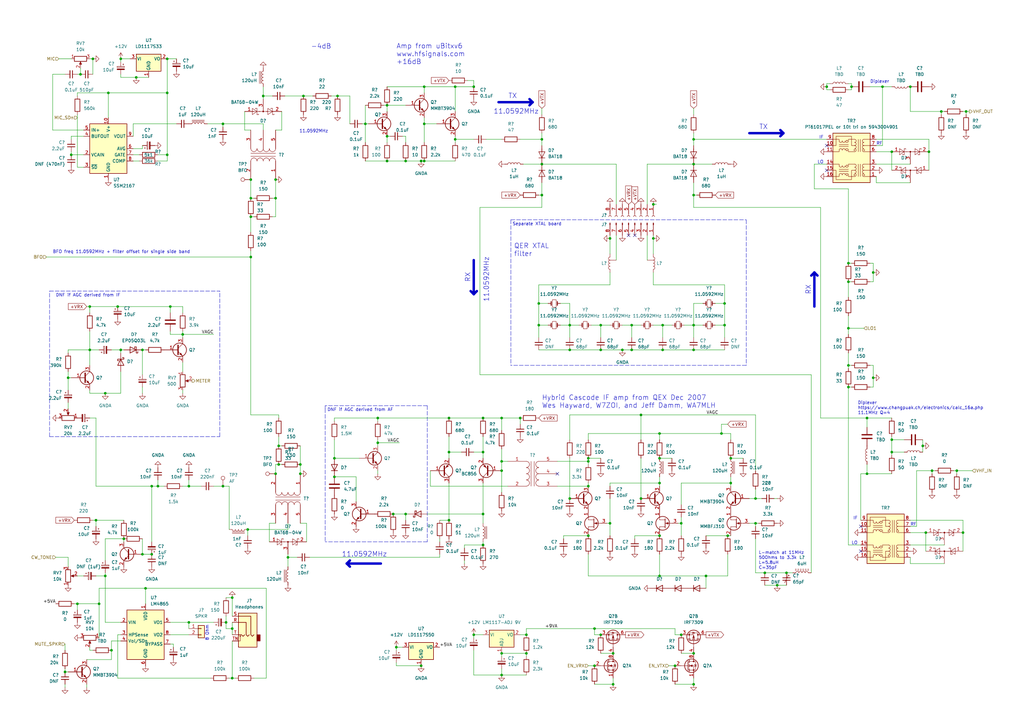
<source format=kicad_sch>
(kicad_sch (version 20211123) (generator eeschema)

  (uuid 0e592cd4-1950-44ef-9727-8e526f4c4e12)

  (paper "A3")

  (title_block
    (title "DART-70 TRX")
    (date "2023-01-19")
    (rev "0")
    (company "HB9EGM")
    (comment 1 "A 4m Band SSB/CW Transceiver")
  )

  

  (junction (at 68.58 24.13) (diameter 0) (color 0 0 0 0)
    (uuid 007433ed-6d80-48ba-9527-0a8470b6050a)
  )
  (junction (at 186.69 57.15) (diameter 0) (color 0 0 0 0)
    (uuid 0079a40d-5664-4eb5-a4a1-35e197c9e578)
  )
  (junction (at 172.72 66.04) (diameter 0) (color 0 0 0 0)
    (uuid 027f19f3-a3d5-4daa-a96e-c5d9a71c1df8)
  )
  (junction (at 158.75 55.88) (diameter 0) (color 0 0 0 0)
    (uuid 02d8bab6-e62a-43d8-ae0a-47eb8be52f66)
  )
  (junction (at 58.42 143.51) (diameter 0) (color 0 0 0 0)
    (uuid 059f4155-bed3-4fb2-9baa-d569f31b7e5d)
  )
  (junction (at 220.98 124.46) (diameter 0) (color 0 0 0 0)
    (uuid 08e3fbcd-b24c-43b5-a2a5-3ed606084464)
  )
  (junction (at 95.25 245.11) (diameter 0) (color 0 0 0 0)
    (uuid 0964d962-846f-4609-b657-83d8fae25141)
  )
  (junction (at 246.38 260.35) (diameter 0) (color 0 0 0 0)
    (uuid 09793875-04e4-42e7-a807-bec9f1bbc62c)
  )
  (junction (at 284.48 143.51) (diameter 0) (color 0 0 0 0)
    (uuid 0e565d2a-00bb-4f20-8e2e-0f824e8d2762)
  )
  (junction (at 241.3 189.23) (diameter 0) (color 0 0 0 0)
    (uuid 0f8367d0-e4ea-40ae-8dac-4e16d60a532f)
  )
  (junction (at 194.31 260.35) (diameter 0) (color 0 0 0 0)
    (uuid 156e2b24-f0a1-4973-a068-7f546ffbe564)
  )
  (junction (at 318.77 240.03) (diameter 0) (color 0 0 0 0)
    (uuid 173f5655-a774-48b9-985b-3b9523888334)
  )
  (junction (at 39.37 213.36) (diameter 0) (color 0 0 0 0)
    (uuid 1761eacf-5516-4f80-af22-ca5c2f3d7629)
  )
  (junction (at 173.99 50.8) (diameter 0) (color 0 0 0 0)
    (uuid 17a2367e-a2ff-4b57-83ee-9ab25894ec97)
  )
  (junction (at 68.58 38.1) (diameter 0) (color 0 0 0 0)
    (uuid 18381db9-5d7f-4848-9a07-251ba865a202)
  )
  (junction (at 48.26 125.73) (diameter 0) (color 0 0 0 0)
    (uuid 1843d2c0-629c-44e7-8460-03ced60a2111)
  )
  (junction (at 251.46 280.67) (diameter 0) (color 0 0 0 0)
    (uuid 19f74eef-445e-4a84-994a-96eca02b0f00)
  )
  (junction (at 295.91 177.8) (diameter 0) (color 0 0 0 0)
    (uuid 1a164a1f-45a6-43b7-9b64-349463c23d37)
  )
  (junction (at 166.37 210.82) (diameter 0) (color 0 0 0 0)
    (uuid 1c038126-c738-4381-b698-5c33c4341ae8)
  )
  (junction (at 262.89 204.47) (diameter 0) (color 0 0 0 0)
    (uuid 1de51305-582b-4628-8092-75c3cf54eea0)
  )
  (junction (at 113.03 194.31) (diameter 0) (color 0 0 0 0)
    (uuid 1e5b8adc-bfe4-4d62-8fbb-b09ad198c5b6)
  )
  (junction (at 255.27 143.51) (diameter 0) (color 0 0 0 0)
    (uuid 210630ed-a720-499f-8ec9-3630627e1e05)
  )
  (junction (at 194.31 35.56) (diameter 0) (color 0 0 0 0)
    (uuid 222d63d3-68ff-4a04-b7c3-6efd5c4ab9e1)
  )
  (junction (at 365.76 62.23) (diameter 0) (color 0 0 0 0)
    (uuid 223b72c8-191b-4d26-8e73-2beb56cb0a2b)
  )
  (junction (at 243.84 257.81) (diameter 0) (color 0 0 0 0)
    (uuid 22999b9a-4a23-42e3-adce-20d0d27a4153)
  )
  (junction (at 298.45 219.71) (diameter 0) (color 0 0 0 0)
    (uuid 22f086a0-4e36-4832-8e1e-3bdb65f5c3f2)
  )
  (junction (at 233.68 143.51) (diameter 0) (color 0 0 0 0)
    (uuid 24fd922c-d488-4d61-b6dc-9d3e359ccc82)
  )
  (junction (at 299.72 187.96) (diameter 0) (color 0 0 0 0)
    (uuid 2583e10f-d237-4b6a-a35d-cff26f964496)
  )
  (junction (at 44.45 38.1) (diameter 0) (color 0 0 0 0)
    (uuid 2792ed93-89db-4e51-99ff-281323e776eb)
  )
  (junction (at 215.9 267.97) (diameter 0) (color 0 0 0 0)
    (uuid 2867345a-2f06-474b-a035-5c5ed9cef1f3)
  )
  (junction (at 321.31 -54.61) (diameter 0) (color 0 0 0 0)
    (uuid 29679519-0074-4244-8bb1-857f21221a1a)
  )
  (junction (at 361.95 35.56) (diameter 0) (color 0 0 0 0)
    (uuid 2b774095-37fc-4b2e-8bac-c3e59696f7de)
  )
  (junction (at 153.67 -69.85) (diameter 0) (color 0 0 0 0)
    (uuid 2c488362-c230-4f6d-82f9-a229b1171a23)
  )
  (junction (at 158.75 43.18) (diameter 0) (color 0 0 0 0)
    (uuid 2cd3680a-9e9d-4c97-9125-39c64a75e644)
  )
  (junction (at 270.51 198.12) (diameter 0) (color 0 0 0 0)
    (uuid 2d264e2f-7e31-4a17-86c5-13a68ab3ff7e)
  )
  (junction (at 347.98 149.86) (diameter 0) (color 0 0 0 0)
    (uuid 2fdc7923-56aa-4f0e-b559-e1b2e79c3c8f)
  )
  (junction (at 322.58 234.95) (diameter 0) (color 0 0 0 0)
    (uuid 3083cab8-f38e-44e4-ad6a-7ad5bf540d1f)
  )
  (junction (at 114.3 190.5) (diameter 0) (color 0 0 0 0)
    (uuid 30a877c2-a2d2-45b6-a8fa-8c4567fd5621)
  )
  (junction (at 382.27 193.04) (diameter 0) (color 0 0 0 0)
    (uuid 30dc039a-a902-4295-a2ea-7a00c6153126)
  )
  (junction (at 38.1 24.13) (diameter 0) (color 0 0 0 0)
    (uuid 335263d3-7e35-4a9c-83c2-cd71d45f0688)
  )
  (junction (at 379.73 218.44) (diameter 0) (color 0 0 0 0)
    (uuid 3365c11b-b4a5-418d-85ee-41028926f18a)
  )
  (junction (at 205.74 276.86) (diameter 0) (color 0 0 0 0)
    (uuid 37d317e8-e78c-475a-81f1-fe8568d6df88)
  )
  (junction (at 173.99 35.56) (diameter 0) (color 0 0 0 0)
    (uuid 3bd6009a-f48b-4c66-92de-4d24549b4c7d)
  )
  (junction (at 161.29 210.82) (diameter 0) (color 0 0 0 0)
    (uuid 3bf0f30a-4c02-4011-9e56-5268cd9a18bc)
  )
  (junction (at 347.98 158.75) (diameter 0) (color 0 0 0 0)
    (uuid 3c9f1229-c5a6-40fa-b291-e067c833049e)
  )
  (junction (at 198.12 171.45) (diameter 0) (color 0 0 0 0)
    (uuid 3e9deac2-8e86-484c-b76a-a334d0715f66)
  )
  (junction (at 358.14 154.94) (diameter 0) (color 0 0 0 0)
    (uuid 3f6ba890-8616-4e68-b9d0-3d4eacc2e5c7)
  )
  (junction (at 173.99 66.04) (diameter 0) (color 0 0 0 0)
    (uuid 43c88063-044a-47b7-b010-f3fb76152eec)
  )
  (junction (at 378.46 182.88) (diameter 0) (color 0 0 0 0)
    (uuid 446196fa-4af3-4fe1-9348-f02489c61276)
  )
  (junction (at 220.98 133.35) (diameter 0) (color 0 0 0 0)
    (uuid 460147d8-e4b6-4910-88e9-07d1ddd6c2df)
  )
  (junction (at 205.74 267.97) (diameter 0) (color 0 0 0 0)
    (uuid 47f9999a-c332-45e0-8094-3e1c321e7041)
  )
  (junction (at 222.25 57.15) (diameter 0) (color 0 0 0 0)
    (uuid 485f8372-6f58-431e-9419-bfc90ad67732)
  )
  (junction (at 233.68 133.35) (diameter 0) (color 0 0 0 0)
    (uuid 4b982f8b-ca29-4ebf-88fc-8a50b24e0802)
  )
  (junction (at 355.6 171.45) (diameter 0) (color 0 0 0 0)
    (uuid 4d66f653-768b-42cc-91eb-bb19e19eabf7)
  )
  (junction (at 91.44 50.8) (diameter 0) (color 0 0 0 0)
    (uuid 4f100da6-d6f9-4b77-90f1-fda986c2ed73)
  )
  (junction (at 113.03 81.28) (diameter 0) (color 0 0 0 0)
    (uuid 4f661a6f-98d8-4461-9401-113364b1e3a8)
  )
  (junction (at 184.15 213.36) (diameter 0) (color 0 0 0 0)
    (uuid 510aabe6-d19e-45d2-9ee4-74f6d2e6df89)
  )
  (junction (at 347.98 107.95) (diameter 0) (color 0 0 0 0)
    (uuid 51956c3b-fdf2-448c-be75-34acb07271cb)
  )
  (junction (at 267.97 83.82) (diameter 0) (color 0 0 0 0)
    (uuid 5300cbfb-ca56-4130-b674-4fa230974789)
  )
  (junction (at 373.38 35.56) (diameter 0) (color 0 0 0 0)
    (uuid 55388068-757e-47cb-9af5-86c9f64c90c0)
  )
  (junction (at 349.25 35.56) (diameter 0) (color 0 0 0 0)
    (uuid 55c2ac3f-8f3b-4f78-9b14-388c97827d8c)
  )
  (junction (at 190.5 -58.42) (diameter 0) (color 0 0 0 0)
    (uuid 578f33ff-8d12-4136-bb61-e55b7655fa5b)
  )
  (junction (at 284.48 267.97) (diameter 0) (color 0 0 0 0)
    (uuid 57f87f8b-2a84-4bc0-bc49-8f95c5b3f805)
  )
  (junction (at 45.72 266.7) (diameter 0) (color 0 0 0 0)
    (uuid 583a623a-9287-46cf-a94a-71ec7c67c85f)
  )
  (junction (at 297.18 133.35) (diameter 0) (color 0 0 0 0)
    (uuid 5c4341e3-29f4-4014-ad6b-9b4cb50156a6)
  )
  (junction (at 267.97 97.79) (diameter 0) (color 0 0 0 0)
    (uuid 5d58706a-c013-405c-9112-847886006796)
  )
  (junction (at 284.48 133.35) (diameter 0) (color 0 0 0 0)
    (uuid 5dbda758-e74b-4ccf-ad68-495d537d68ba)
  )
  (junction (at 199.39 -58.42) (diameter 0) (color 0 0 0 0)
    (uuid 5ed637ac-40ac-434c-a406-609e25d3658d)
  )
  (junction (at 297.18 124.46) (diameter 0) (color 0 0 0 0)
    (uuid 5fc44bfc-3a32-42f5-89ff-303d655beeb1)
  )
  (junction (at 339.09 35.56) (diameter 0) (color 0 0 0 0)
    (uuid 5fe39347-c8a3-40ce-ace1-a055bc364f38)
  )
  (junction (at 198.12 223.52) (diameter 0) (color 0 0 0 0)
    (uuid 611c0051-64b3-4ff6-b51a-6ea814324060)
  )
  (junction (at 276.86 273.05) (diameter 0) (color 0 0 0 0)
    (uuid 6135248d-3e4b-4db3-9848-78637d8559e5)
  )
  (junction (at 69.85 125.73) (diameter 0) (color 0 0 0 0)
    (uuid 62ed984b-c070-4de1-bd86-30aeb09fb9cd)
  )
  (junction (at 138.43 39.37) (diameter 0) (color 0 0 0 0)
    (uuid 67d87795-1d4f-4f21-9afa-f7da30e8b867)
  )
  (junction (at 102.87 88.9) (diameter 0) (color 0 0 0 0)
    (uuid 6e61ed05-4ce2-4d6e-b300-e8935e213361)
  )
  (junction (at 62.23 227.33) (diameter 0) (color 0 0 0 0)
    (uuid 707b1436-6255-4e74-ac3c-e365f258d4c7)
  )
  (junction (at 270.51 236.22) (diameter 0) (color 0 0 0 0)
    (uuid 711716b4-cb3c-40a8-915f-7a9cd1c1a345)
  )
  (junction (at 284.48 57.15) (diameter 0) (color 0 0 0 0)
    (uuid 782fd8fa-9fb0-44b6-bdfd-23367a676327)
  )
  (junction (at 299.72 198.12) (diameter 0) (color 0 0 0 0)
    (uuid 79aa4561-3272-488a-aacc-d24a783bf3fa)
  )
  (junction (at 347.98 134.62) (diameter 0) (color 0 0 0 0)
    (uuid 88658da7-484b-4fb1-bd87-cf0fe9fbbc98)
  )
  (junction (at 172.72 273.05) (diameter 0) (color 0 0 0 0)
    (uuid 89247f47-3cb7-4830-ae32-df6510d5ee3d)
  )
  (junction (at 205.74 171.45) (diameter 0) (color 0 0 0 0)
    (uuid 89924c9d-894c-4783-bb98-91fe4fffc426)
  )
  (junction (at 365.76 180.34) (diameter 0) (color 0 0 0 0)
    (uuid 89a0992d-b4b4-4a98-9018-0c3e3ac7c4ed)
  )
  (junction (at 358.14 111.76) (diameter 0) (color 0 0 0 0)
    (uuid 8a030abd-885a-4b15-b74a-b44dc2b6c7d7)
  )
  (junction (at 92.71 255.27) (diameter 0) (color 0 0 0 0)
    (uuid 8d612602-5cc8-45dd-a943-2a29be4b9ede)
  )
  (junction (at 102.87 81.28) (diameter 0) (color 0 0 0 0)
    (uuid 8edc9989-feda-4190-96e8-8ba0ca953891)
  )
  (junction (at 43.18 236.22) (diameter 0) (color 0 0 0 0)
    (uuid 8f57152a-781e-4e8e-b36c-e81f9a864e3b)
  )
  (junction (at 49.53 24.13) (diameter 0) (color 0 0 0 0)
    (uuid 8fd35ceb-d608-4169-ae56-e892681304a9)
  )
  (junction (at 250.19 214.63) (diameter 0) (color 0 0 0 0)
    (uuid 91049a94-ccf8-463e-ab05-8a76a56be653)
  )
  (junction (at 309.88 214.63) (diameter 0) (color 0 0 0 0)
    (uuid 9134413a-edf3-40ce-9ec2-93a536746842)
  )
  (junction (at 279.4 260.35) (diameter 0) (color 0 0 0 0)
    (uuid 91e8115a-7736-40ac-9e97-e04f02b557b4)
  )
  (junction (at 205.74 189.23) (diameter 0) (color 0 0 0 0)
    (uuid 94a7e072-a853-4895-a974-0e863ac9edc2)
  )
  (junction (at 113.03 73.66) (diameter 0) (color 0 0 0 0)
    (uuid 9501ad82-8c5c-4bd6-a4e5-d738b7099508)
  )
  (junction (at 246.38 133.35) (diameter 0) (color 0 0 0 0)
    (uuid 9666bb6a-0c1d-4c92-be6d-94a465ec5c51)
  )
  (junction (at 64.77 199.39) (diameter 0) (color 0 0 0 0)
    (uuid 97e09b83-0572-4634-8ce7-0a86f1339fd8)
  )
  (junction (at 107.95 39.37) (diameter 0) (color 0 0 0 0)
    (uuid 983034d1-18ea-4dac-8753-9630cc5e0592)
  )
  (junction (at 386.08 45.72) (diameter 0) (color 0 0 0 0)
    (uuid 9873db56-1f37-4fe2-98ad-60e4c87af40c)
  )
  (junction (at 95.25 257.81) (diameter 0) (color 0 0 0 0)
    (uuid 98a1742d-cc82-4a66-87b4-845a0462a9e4)
  )
  (junction (at 270.51 177.8) (diameter 0) (color 0 0 0 0)
    (uuid 994aaeb0-a945-4297-8f22-64b15ec2470b)
  )
  (junction (at 284.48 80.01) (diameter 0) (color 0 0 0 0)
    (uuid 99c68e22-79ac-4df3-82ed-69d5274feb54)
  )
  (junction (at 365.76 185.42) (diameter 0) (color 0 0 0 0)
    (uuid 9a438e91-12f1-4003-9587-51635f0ae695)
  )
  (junction (at 222.25 80.01) (diameter 0) (color 0 0 0 0)
    (uuid 9cae7022-94ae-4784-b773-30ffde5822a7)
  )
  (junction (at 102.87 73.66) (diameter 0) (color 0 0 0 0)
    (uuid 9d0f1857-3b05-4e01-b461-94289f64ce4a)
  )
  (junction (at 123.19 194.31) (diameter 0) (color 0 0 0 0)
    (uuid 9d1032f1-04b7-4a45-a406-c5f306a5a4a3)
  )
  (junction (at 243.84 273.05) (diameter 0) (color 0 0 0 0)
    (uuid 9d896c5e-b976-408e-b134-f2c82b8bc7d8)
  )
  (junction (at 347.98 115.57) (diameter 0) (color 0 0 0 0)
    (uuid a4615cb6-40e1-4e6b-aa44-484a7357f4a4)
  )
  (junction (at 198.12 185.42) (diameter 0) (color 0 0 0 0)
    (uuid a4ec02e9-e140-4dcc-958f-47f7624526cb)
  )
  (junction (at 36.83 125.73) (diameter 0) (color 0 0 0 0)
    (uuid a65cad0c-0ef1-4ea5-a965-4eae7ac1f6af)
  )
  (junction (at 31.75 247.65) (diameter 0) (color 0 0 0 0)
    (uuid a69f72c8-ce0f-4293-bf44-c6832495c836)
  )
  (junction (at 77.47 199.39) (diameter 0) (color 0 0 0 0)
    (uuid a7cad282-51c3-4f24-be5e-311c2c5e959b)
  )
  (junction (at 26.67 275.59) (diameter 0) (color 0 0 0 0)
    (uuid a81b6768-8ab7-4398-923e-af4751f24292)
  )
  (junction (at 137.16 195.58) (diameter 0) (color 0 0 0 0)
    (uuid a8675aa5-24f4-4a65-9564-259800e24a61)
  )
  (junction (at 250.19 97.79) (diameter 0) (color 0 0 0 0)
    (uuid aa537d78-628c-458e-8a08-c2dae82aca82)
  )
  (junction (at 158.75 66.04) (diameter 0) (color 0 0 0 0)
    (uuid ab5a5163-9113-4726-bc7a-7e25f5bcb137)
  )
  (junction (at 27.94 154.94) (diameter 0) (color 0 0 0 0)
    (uuid ac0e5582-f44c-4bc2-8ae7-2c3f1115fb00)
  )
  (junction (at 33.02 30.48) (diameter 0) (color 0 0 0 0)
    (uuid ad2d033c-4040-4813-b5da-82cf827f9d86)
  )
  (junction (at 259.08 133.35) (diameter 0) (color 0 0 0 0)
    (uuid ad485fa9-ca4c-467a-b6d9-302ae2ec4eaa)
  )
  (junction (at 91.44 199.39) (diameter 0) (color 0 0 0 0)
    (uuid ae4c18cc-90ed-4d31-b27a-ee22bf49a14e)
  )
  (junction (at 259.08 143.51) (diameter 0) (color 0 0 0 0)
    (uuid aed41e50-066a-4d5d-9b35-33c86a58f817)
  )
  (junction (at 309.88 204.47) (diameter 0) (color 0 0 0 0)
    (uuid b046cbfe-7bd9-4ac8-9c60-a84b90a07076)
  )
  (junction (at 198.12 210.82) (diameter 0) (color 0 0 0 0)
    (uuid b0bd599f-5320-4de4-9844-b1248597f45d)
  )
  (junction (at 162.56 265.43) (diameter 0) (color 0 0 0 0)
    (uuid b281e7d4-7e97-4f4d-9e21-25051359c6dd)
  )
  (junction (at 59.69 241.3) (diameter 0) (color 0 0 0 0)
    (uuid b2c93e47-1b35-4bce-b217-c95c59af9fea)
  )
  (junction (at 102.87 105.41) (diameter 0) (color 0 0 0 0)
    (uuid b2fc5a98-a9c8-4ffb-bf05-9a95788a6f6e)
  )
  (junction (at 154.94 181.61) (diameter 0) (color 0 0 0 0)
    (uuid b52e2ac1-1ad4-4299-a3b7-5950aeda9b09)
  )
  (junction (at 222.25 67.31) (diameter 0) (color 0 0 0 0)
    (uuid b55942a4-2e67-4c91-a2e2-17d287af1b39)
  )
  (junction (at 58.42 227.33) (diameter 0) (color 0 0 0 0)
    (uuid b67c5032-3958-4f67-8cff-2bc749aa2559)
  )
  (junction (at 68.58 63.5) (diameter 0) (color 0 0 0 0)
    (uuid b6a3e709-356a-4a55-ac00-07ba73afac37)
  )
  (junction (at 313.69 234.95) (diameter 0) (color 0 0 0 0)
    (uuid b7b0b83f-2dad-41a6-8e3b-dd0617021680)
  )
  (junction (at 233.68 204.47) (diameter 0) (color 0 0 0 0)
    (uuid bb8fc86a-138e-468d-a6f3-4d425bea2798)
  )
  (junction (at 241.3 199.39) (diameter 0) (color 0 0 0 0)
    (uuid bcb7b50e-e30b-4748-9ad3-15fd19268fd8)
  )
  (junction (at 270.51 187.96) (diameter 0) (color 0 0 0 0)
    (uuid bdd38f4a-d1f5-49ea-86a0-7074369f7406)
  )
  (junction (at 215.9 260.35) (diameter 0) (color 0 0 0 0)
    (uuid be592d1e-8ffd-4836-a215-bf64f6c90c25)
  )
  (junction (at 40.64 247.65) (diameter 0) (color 0 0 0 0)
    (uuid beaa9122-a0f4-4e99-96b3-048878d69672)
  )
  (junction (at 101.6 217.17) (diameter 0) (color 0 0 0 0)
    (uuid bf1cf86a-4cef-455a-b67c-093dbb9970e5)
  )
  (junction (at 95.25 278.13) (diameter 0) (color 0 0 0 0)
    (uuid bff74fb8-2e53-4140-9d30-8bb9b336dda4)
  )
  (junction (at 50.8 220.98) (diameter 0) (color 0 0 0 0)
    (uuid c07980be-125c-4459-be81-f2b8371f5ae2)
  )
  (junction (at 205.74 193.04) (diameter 0) (color 0 0 0 0)
    (uuid c41a688f-80a3-4252-bb37-134631846db3)
  )
  (junction (at 271.78 143.51) (diameter 0) (color 0 0 0 0)
    (uuid c8816f2b-d043-4f02-8988-815e5e7435ee)
  )
  (junction (at 118.11 228.6) (diameter 0) (color 0 0 0 0)
    (uuid c8c4fbfe-4e9c-445d-882a-7f1bac80adc8)
  )
  (junction (at 271.78 133.35) (diameter 0) (color 0 0 0 0)
    (uuid ca2ddb3d-eff7-4148-ac57-d5c14ba8be31)
  )
  (junction (at 55.88 31.75) (diameter 0) (color 0 0 0 0)
    (uuid ca3e4813-ee52-41fc-be54-f33d5d572e76)
  )
  (junction (at 241.3 187.96) (diameter 0) (color 0 0 0 0)
    (uuid cf4a7a0f-4b62-4a14-8810-1f9be9bb8bca)
  )
  (junction (at 246.38 143.51) (diameter 0) (color 0 0 0 0)
    (uuid d3e01bdf-5c14-407f-80a1-1d934fc04fab)
  )
  (junction (at 149.86 50.8) (diameter 0) (color 0 0 0 0)
    (uuid d46cfddd-ae59-45a8-a05e-501b77d91351)
  )
  (junction (at 124.46 39.37) (diameter 0) (color 0 0 0 0)
    (uuid d47b6e93-2883-4b61-9107-b49e482eb126)
  )
  (junction (at 270.51 219.71) (diameter 0) (color 0 0 0 0)
    (uuid d5fa5081-044e-4305-8f5d-d2a56bf86d29)
  )
  (junction (at 77.47 255.27) (diameter 0) (color 0 0 0 0)
    (uuid d6fda246-3399-48cd-8a06-99bbdf8c75e4)
  )
  (junction (at 241.3 219.71) (diameter 0) (color 0 0 0 0)
    (uuid d703d54e-2823-4563-98c8-59d8b8b54fec)
  )
  (junction (at 166.37 66.04) (diameter 0) (color 0 0 0 0)
    (uuid d774c163-0e71-4e59-99e8-33a6c910c00d)
  )
  (junction (at 62.23 199.39) (diameter 0) (color 0 0 0 0)
    (uuid d7d4c350-2318-4a09-b921-0a78963f6666)
  )
  (junction (at 284.48 67.31) (diameter 0) (color 0 0 0 0)
    (uuid d964cb21-9482-4b14-9981-964030a476a5)
  )
  (junction (at 381 62.23) (diameter 0) (color 0 0 0 0)
    (uuid daa9b5c5-21a2-4482-b81a-69bb9f749fb7)
  )
  (junction (at 186.69 35.56) (diameter 0) (color 0 0 0 0)
    (uuid dcdfeb28-863e-4a43-ad64-f6e45863b4d7)
  )
  (junction (at 213.36 171.45) (diameter 0) (color 0 0 0 0)
    (uuid ddaaa428-40ee-45ee-a789-6961e25a11bb)
  )
  (junction (at 392.43 193.04) (diameter 0) (color 0 0 0 0)
    (uuid de1eb50d-ef90-4d0d-a112-fc865a422b99)
  )
  (junction (at 289.56 236.22) (diameter 0) (color 0 0 0 0)
    (uuid df231e82-dc0c-49c1-a01b-d2be84591ff3)
  )
  (junction (at 396.24 45.72) (diameter 0) (color 0 0 0 0)
    (uuid e2d27bd1-d4c5-4321-a13b-160cb2d6015d)
  )
  (junction (at 49.53 143.51) (diameter 0) (color 0 0 0 0)
    (uuid e3903eeb-8b72-4b40-a088-cbbba270c01b)
  )
  (junction (at 184.15 171.45) (diameter 0) (color 0 0 0 0)
    (uuid e68e2295-e5ad-41e7-931d-7bf2c40e2981)
  )
  (junction (at 279.4 214.63) (diameter 0) (color 0 0 0 0)
    (uuid e736b041-4756-4726-980f-1b93cf00a2ad)
  )
  (junction (at 74.93 137.16) (diameter 0) (color 0 0 0 0)
    (uuid e8558fbd-ea42-43a6-966a-7bd304bdfaad)
  )
  (junction (at 36.83 143.51) (diameter 0) (color 0 0 0 0)
    (uuid eac540a2-0555-4530-b9cb-9b037a65c0a7)
  )
  (junction (at 114.3 182.88) (diameter 0) (color 0 0 0 0)
    (uuid eb3c65f0-3082-4c13-98c1-cac8dc7eccac)
  )
  (junction (at 137.16 187.96) (diameter 0) (color 0 0 0 0)
    (uuid ecba702e-9fb5-4bd7-9b08-5197492ec54b)
  )
  (junction (at 394.97 218.44) (diameter 0) (color 0 0 0 0)
    (uuid efac21da-3f93-4ae4-bab8-dbdec293c35e)
  )
  (junction (at 284.48 280.67) (diameter 0) (color 0 0 0 0)
    (uuid f0c9e29f-2093-40f8-ad83-65950690bff8)
  )
  (junction (at 43.18 161.29) (diameter 0) (color 0 0 0 0)
    (uuid f0f3907b-44e3-4106-9f24-d8ce836b6bb0)
  )
  (junction (at 154.94 171.45) (diameter 0) (color 0 0 0 0)
    (uuid f1a9e2a2-6347-4852-b335-cf8402c433a4)
  )
  (junction (at 251.46 267.97) (diameter 0) (color 0 0 0 0)
    (uuid f2675a33-3eb0-43f0-a7ad-d9a72da20dfd)
  )
  (junction (at 318.77 -83.82) (diameter 0) (color 0 0 0 0)
    (uuid f3285ed9-855d-4b3c-9145-ed9dbda7a1d9)
  )
  (junction (at 355.6 194.31) (diameter 0) (color 0 0 0 0)
    (uuid f76d6092-db53-4b09-9f52-125a6f3746af)
  )
  (junction (at 306.07 -54.61) (diameter 0) (color 0 0 0 0)
    (uuid f9728ce1-58db-4b51-bb92-9b665142c745)
  )
  (junction (at 184.15 185.42) (diameter 0) (color 0 0 0 0)
    (uuid fb5d1a59-18d1-49ea-b504-10e76cce8897)
  )
  (junction (at 123.19 190.5) (diameter 0) (color 0 0 0 0)
    (uuid fbe71f6a-7e5a-41f1-9e6e-b2e94d49a3bc)
  )
  (junction (at 29.21 63.5) (diameter 0) (color 0 0 0 0)
    (uuid fe2b05f5-675b-44d0-956c-c5829b7c692a)
  )
  (junction (at 262.89 170.18) (diameter 0) (color 0 0 0 0)
    (uuid fe2ce942-d4c5-4b3f-a09e-cda9276450f6)
  )

  (no_connect (at 353.06 226.06) (uuid 112718f1-f222-4c50-a4f0-a42dabd066b7))
  (no_connect (at 257.81 96.52) (uuid 2b99a1e6-5f67-436f-9ed5-38e8bfd4c142))
  (no_connect (at 339.09 69.85) (uuid 36cd8509-4b06-4001-aa2f-00b548cb4477))
  (no_connect (at 339.09 59.69) (uuid 6226f2ac-b9bf-4733-a388-cd49aa6934ae))
  (no_connect (at 353.06 215.9) (uuid 69a2fbd1-0689-4722-b099-d7d4b3a2c805))
  (no_connect (at 228.6 194.31) (uuid afdb3662-3196-4d9d-b0e8-7f416bb5cd4f))
  (no_connect (at 260.35 96.52) (uuid ee08a6c2-528a-478b-9089-08fe9a37ec7e))

  (wire (pts (xy 358.14 107.95) (xy 358.14 111.76))
    (stroke (width 0) (type default) (color 0 0 0 0))
    (uuid 006436ec-9ab2-4589-83be-4667e52db3bf)
  )
  (wire (pts (xy 205.74 171.45) (xy 205.74 176.53))
    (stroke (width 0) (type default) (color 0 0 0 0))
    (uuid 00c27d59-c437-4bee-9cde-cbd48a34e31b)
  )
  (wire (pts (xy 87.63 199.39) (xy 91.44 199.39))
    (stroke (width 0) (type default) (color 0 0 0 0))
    (uuid 0113fe75-9787-49bd-865f-03242ce2a366)
  )
  (wire (pts (xy 222.25 57.15) (xy 222.25 54.61))
    (stroke (width 0) (type default) (color 0 0 0 0))
    (uuid 0125f083-fa2b-4a11-85be-7853b609b001)
  )
  (wire (pts (xy 68.58 66.04) (xy 64.77 66.04))
    (stroke (width 0) (type default) (color 0 0 0 0))
    (uuid 01caafb3-af8a-4642-870c-c290b286d040)
  )
  (wire (pts (xy 222.25 74.93) (xy 222.25 80.01))
    (stroke (width 0) (type default) (color 0 0 0 0))
    (uuid 01cceb30-c85f-4510-b324-8d17341fc730)
  )
  (wire (pts (xy 166.37 43.18) (xy 158.75 43.18))
    (stroke (width 0) (type default) (color 0 0 0 0))
    (uuid 01f0181c-303d-46c7-ba34-20eee1c48cd1)
  )
  (wire (pts (xy 173.99 50.8) (xy 179.07 50.8))
    (stroke (width 0) (type default) (color 0 0 0 0))
    (uuid 0222c276-ce98-44cf-9ac7-d0d00163570d)
  )
  (wire (pts (xy 190.5 231.14) (xy 190.5 229.87))
    (stroke (width 0) (type default) (color 0 0 0 0))
    (uuid 027fc545-8a42-4646-8424-467711418116)
  )
  (wire (pts (xy 194.31 260.35) (xy 194.31 261.62))
    (stroke (width 0) (type default) (color 0 0 0 0))
    (uuid 0296200c-3bc7-4fee-847e-68ee39738c3c)
  )
  (wire (pts (xy 114.3 170.18) (xy 114.3 171.45))
    (stroke (width 0) (type default) (color 0 0 0 0))
    (uuid 0332aa97-cadc-4e7a-b8af-ca59e255597d)
  )
  (wire (pts (xy 173.99 66.04) (xy 186.69 66.04))
    (stroke (width 0) (type default) (color 0 0 0 0))
    (uuid 035d062f-f875-4853-8ca1-a348c3967bb1)
  )
  (wire (pts (xy 113.03 214.63) (xy 110.49 214.63))
    (stroke (width 0) (type default) (color 0 0 0 0))
    (uuid 03b7756f-0559-43eb-b24d-3aefa5a15899)
  )
  (wire (pts (xy 394.97 45.72) (xy 396.24 45.72))
    (stroke (width 0) (type default) (color 0 0 0 0))
    (uuid 03ce6745-00b2-4d2b-bad7-eb9745172859)
  )
  (wire (pts (xy 166.37 210.82) (xy 161.29 210.82))
    (stroke (width 0) (type default) (color 0 0 0 0))
    (uuid 03dd13e2-d89f-47ed-8a2f-ce75e7a97ef3)
  )
  (wire (pts (xy 284.48 133.35) (xy 288.29 133.35))
    (stroke (width 0) (type default) (color 0 0 0 0))
    (uuid 042fe62b-53aa-4e86-97d0-9ccb1e16a895)
  )
  (wire (pts (xy 375.92 193.04) (xy 382.27 193.04))
    (stroke (width 0) (type default) (color 0 0 0 0))
    (uuid 0437af13-5b81-4e18-82d5-0ec28c5d895f)
  )
  (wire (pts (xy 359.41 74.93) (xy 359.41 72.39))
    (stroke (width 0) (type default) (color 0 0 0 0))
    (uuid 047a18ce-9e77-4d7d-a9ce-60b21f671177)
  )
  (wire (pts (xy 31.75 68.58) (xy 34.29 68.58))
    (stroke (width 0) (type default) (color 0 0 0 0))
    (uuid 04868f85-bc69-4fa9-8e62-d78ffe5ae58e)
  )
  (wire (pts (xy 38.1 266.7) (xy 36.83 266.7))
    (stroke (width 0) (type default) (color 0 0 0 0))
    (uuid 049bc167-7861-4f83-a9e9-3c707dd00017)
  )
  (wire (pts (xy 396.24 45.72) (xy 397.51 45.72))
    (stroke (width 0) (type default) (color 0 0 0 0))
    (uuid 04ef368b-f4e9-48da-956c-ee93cb3d01e8)
  )
  (wire (pts (xy 241.3 227.33) (xy 241.3 236.22))
    (stroke (width 0) (type default) (color 0 0 0 0))
    (uuid 066671d9-1fdf-4a05-a7e7-cadb7d44b89f)
  )
  (wire (pts (xy 229.87 124.46) (xy 233.68 124.46))
    (stroke (width 0) (type default) (color 0 0 0 0))
    (uuid 082d865b-0a4e-49c3-b18b-be47fd4a465a)
  )
  (wire (pts (xy 382.27 193.04) (xy 383.54 193.04))
    (stroke (width 0) (type default) (color 0 0 0 0))
    (uuid 0830aef1-c986-42f8-ba6a-a3fcacbf0210)
  )
  (wire (pts (xy 309.88 234.95) (xy 309.88 220.98))
    (stroke (width 0) (type default) (color 0 0 0 0))
    (uuid 08c8f1b4-737d-438b-967e-a77cce3833c0)
  )
  (wire (pts (xy 243.84 257.81) (xy 243.84 260.35))
    (stroke (width 0) (type default) (color 0 0 0 0))
    (uuid 0910a9d6-8d2a-4d96-a8df-8a28ac240ef0)
  )
  (wire (pts (xy 58.42 143.51) (xy 58.42 153.67))
    (stroke (width 0) (type default) (color 0 0 0 0))
    (uuid 09321bf4-1ea1-49b5-b1f9-ac29d6606a74)
  )
  (wire (pts (xy 173.99 35.56) (xy 186.69 35.56))
    (stroke (width 0) (type default) (color 0 0 0 0))
    (uuid 0943dfff-08fd-4176-a97a-8e271f47b148)
  )
  (wire (pts (xy 347.98 134.62) (xy 347.98 129.54))
    (stroke (width 0) (type default) (color 0 0 0 0))
    (uuid 09aa0d32-f4dc-42fd-a756-e1229737bd34)
  )
  (wire (pts (xy 349.25 35.56) (xy 349.25 34.29))
    (stroke (width 0) (type default) (color 0 0 0 0))
    (uuid 09f01836-52b7-4cc9-b245-1b1e36d31834)
  )
  (wire (pts (xy 289.56 236.22) (xy 289.56 241.3))
    (stroke (width 0) (type default) (color 0 0 0 0))
    (uuid 0a0c053c-54e0-4f14-b909-036d0c5fbf08)
  )
  (wire (pts (xy 158.75 43.18) (xy 158.75 45.72))
    (stroke (width 0) (type default) (color 0 0 0 0))
    (uuid 0a80373e-7854-41a7-8441-30fd81967887)
  )
  (wire (pts (xy 284.48 74.93) (xy 284.48 80.01))
    (stroke (width 0) (type default) (color 0 0 0 0))
    (uuid 0a9f993d-d83a-4cdc-bae3-0f40dd545220)
  )
  (wire (pts (xy 279.4 198.12) (xy 299.72 198.12))
    (stroke (width 0) (type default) (color 0 0 0 0))
    (uuid 0b5e9f79-a50b-4078-b2be-eff1d45ab7fc)
  )
  (wire (pts (xy 222.25 80.01) (xy 222.25 85.09))
    (stroke (width 0) (type default) (color 0 0 0 0))
    (uuid 0c3bb475-57a3-4465-801b-1823c9a733cc)
  )
  (wire (pts (xy 309.88 234.95) (xy 313.69 234.95))
    (stroke (width 0) (type default) (color 0 0 0 0))
    (uuid 0dc79dd3-c584-4173-b914-e6a8bcd18e45)
  )
  (wire (pts (xy 36.83 135.89) (xy 36.83 143.51))
    (stroke (width 0) (type default) (color 0 0 0 0))
    (uuid 0e1c6bbc-4cc4-4ce9-b48a-8292bb286da8)
  )
  (wire (pts (xy 267.97 97.79) (xy 267.97 96.52))
    (stroke (width 0) (type default) (color 0 0 0 0))
    (uuid 0f4b5c7f-79aa-4c46-b222-58e7e288b195)
  )
  (wire (pts (xy 33.02 27.94) (xy 33.02 30.48))
    (stroke (width 0) (type default) (color 0 0 0 0))
    (uuid 100847e3-630c-4c13-ba45-180e92370805)
  )
  (wire (pts (xy 313.69 -36.83) (xy 327.66 -36.83))
    (stroke (width 0) (type default) (color 0 0 0 0))
    (uuid 10bd27b2-1d07-444a-9776-fc259e0db345)
  )
  (wire (pts (xy 166.37 66.04) (xy 172.72 66.04))
    (stroke (width 0) (type default) (color 0 0 0 0))
    (uuid 11ac1ac8-72b6-43ed-915e-50f87561daf8)
  )
  (wire (pts (xy 107.95 50.8) (xy 91.44 50.8))
    (stroke (width 0) (type default) (color 0 0 0 0))
    (uuid 12340fb8-cd9c-4069-beec-13d4d2ea0d99)
  )
  (wire (pts (xy 349.25 36.83) (xy 349.25 35.56))
    (stroke (width 0) (type default) (color 0 0 0 0))
    (uuid 127f70da-b001-4621-a4ee-78ee7182bcde)
  )
  (polyline (pts (xy 307.34 54.61) (xy 321.31 54.61))
    (stroke (width 1) (type solid) (color 0 0 0 0))
    (uuid 1281d63b-9c8c-4454-9b2d-0bbbc27e2ae7)
  )

  (wire (pts (xy 347.98 77.47) (xy 347.98 107.95))
    (stroke (width 0) (type default) (color 0 0 0 0))
    (uuid 12a6c47a-7412-4804-9a23-fab5a3f774ce)
  )
  (wire (pts (xy 44.45 38.1) (xy 68.58 38.1))
    (stroke (width 0) (type default) (color 0 0 0 0))
    (uuid 12e17856-cd8c-41a8-bb2e-9faca10b0973)
  )
  (wire (pts (xy 334.01 67.31) (xy 334.01 77.47))
    (stroke (width 0) (type default) (color 0 0 0 0))
    (uuid 1457fdf2-2b59-4945-9c3b-624091e7d5e3)
  )
  (wire (pts (xy 365.76 35.56) (xy 361.95 35.56))
    (stroke (width 0) (type default) (color 0 0 0 0))
    (uuid 15226e8f-f1a6-41a7-9d82-3035af1a3dbb)
  )
  (wire (pts (xy 43.18 234.95) (xy 43.18 236.22))
    (stroke (width 0) (type default) (color 0 0 0 0))
    (uuid 15e1025c-faeb-49ff-aaa3-6ba9acaabd98)
  )
  (wire (pts (xy 137.16 172.72) (xy 137.16 171.45))
    (stroke (width 0) (type default) (color 0 0 0 0))
    (uuid 1606d99f-0508-4f2e-b63b-47e62c4312ee)
  )
  (wire (pts (xy 386.08 46.99) (xy 386.08 45.72))
    (stroke (width 0) (type default) (color 0 0 0 0))
    (uuid 16070e3c-2cc9-4d09-bef3-8ceccb63947e)
  )
  (wire (pts (xy 36.83 125.73) (xy 36.83 128.27))
    (stroke (width 0) (type default) (color 0 0 0 0))
    (uuid 16aa2316-1a67-45e5-b6c4-e59dd85814f4)
  )
  (wire (pts (xy 115.57 182.88) (xy 114.3 182.88))
    (stroke (width 0) (type default) (color 0 0 0 0))
    (uuid 17c93850-5ebd-4f0d-b8eb-52bf14b01af4)
  )
  (wire (pts (xy 186.69 35.56) (xy 194.31 35.56))
    (stroke (width 0) (type default) (color 0 0 0 0))
    (uuid 18723066-b973-43bf-8bbf-4c210121a928)
  )
  (wire (pts (xy 205.74 274.32) (xy 205.74 276.86))
    (stroke (width 0) (type default) (color 0 0 0 0))
    (uuid 18c820d5-32a9-457f-9915-e42ed0717894)
  )
  (wire (pts (xy 378.46 180.34) (xy 378.46 182.88))
    (stroke (width 0) (type default) (color 0 0 0 0))
    (uuid 19028db1-670b-4d84-9d20-5aa2f8585dd7)
  )
  (wire (pts (xy 186.69 57.15) (xy 194.31 57.15))
    (stroke (width 0) (type default) (color 0 0 0 0))
    (uuid 19a56892-f9d5-4508-ab75-59721c555275)
  )
  (wire (pts (xy 26.67 281.94) (xy 26.67 280.67))
    (stroke (width 0) (type default) (color 0 0 0 0))
    (uuid 1a85ffd6-ef8b-418f-990e-456d1ffab00e)
  )
  (wire (pts (xy 146.05 195.58) (xy 146.05 205.74))
    (stroke (width 0) (type default) (color 0 0 0 0))
    (uuid 1a9613ab-fb34-4a02-8365-aadaa421dfaf)
  )
  (wire (pts (xy 27.94 143.51) (xy 36.83 143.51))
    (stroke (width 0) (type default) (color 0 0 0 0))
    (uuid 1a9f0d73-6986-450b-8da5-dca8d718cd0d)
  )
  (wire (pts (xy 194.31 266.7) (xy 194.31 276.86))
    (stroke (width 0) (type default) (color 0 0 0 0))
    (uuid 1c617e69-04d5-47df-9392-70db7da3169f)
  )
  (wire (pts (xy 284.48 143.51) (xy 297.18 143.51))
    (stroke (width 0) (type default) (color 0 0 0 0))
    (uuid 1d8cbdb8-b0d5-4f06-84c8-05770b7e9555)
  )
  (wire (pts (xy 222.25 59.69) (xy 222.25 57.15))
    (stroke (width 0) (type default) (color 0 0 0 0))
    (uuid 1dbe419a-f71e-4ab5-9a49-e58e75747fdf)
  )
  (wire (pts (xy 118.11 217.17) (xy 101.6 217.17))
    (stroke (width 0) (type default) (color 0 0 0 0))
    (uuid 1dc9a7fa-415c-4243-97fb-46b0d627e89d)
  )
  (wire (pts (xy 137.16 171.45) (xy 154.94 171.45))
    (stroke (width 0) (type default) (color 0 0 0 0))
    (uuid 1ddbded3-4d65-49ba-8123-18c72e4b7f4a)
  )
  (wire (pts (xy 365.76 185.42) (xy 365.76 186.69))
    (stroke (width 0) (type default) (color 0 0 0 0))
    (uuid 1e2c0cdd-08a6-4586-b370-3ffc74205845)
  )
  (wire (pts (xy 158.75 66.04) (xy 166.37 66.04))
    (stroke (width 0) (type default) (color 0 0 0 0))
    (uuid 1f1052c4-d15a-450f-8bb0-3cc3f3592607)
  )
  (wire (pts (xy 250.19 204.47) (xy 250.19 214.63))
    (stroke (width 0) (type default) (color 0 0 0 0))
    (uuid 1f1c22b1-15a3-4e28-88a5-25ba2fbef197)
  )
  (wire (pts (xy 233.68 124.46) (xy 233.68 133.35))
    (stroke (width 0) (type default) (color 0 0 0 0))
    (uuid 1fd73780-e017-4e2c-9674-56cb6f09dc2d)
  )
  (wire (pts (xy 267.97 116.84) (xy 297.18 116.84))
    (stroke (width 0) (type default) (color 0 0 0 0))
    (uuid 2163a967-be2d-4344-a94d-f1b8da3dc3a3)
  )
  (wire (pts (xy 381 57.15) (xy 381 62.23))
    (stroke (width 0) (type default) (color 0 0 0 0))
    (uuid 2171e051-2b1c-4df3-9987-bb0d428437aa)
  )
  (wire (pts (xy 53.34 24.13) (xy 49.53 24.13))
    (stroke (width 0) (type default) (color 0 0 0 0))
    (uuid 219ed590-c887-4a37-b8cf-2c9225c6d07e)
  )
  (wire (pts (xy 69.85 135.89) (xy 69.85 137.16))
    (stroke (width 0) (type default) (color 0 0 0 0))
    (uuid 22591446-6d82-47ac-b525-9e9deb496c8c)
  )
  (wire (pts (xy 26.67 264.16) (xy 26.67 266.7))
    (stroke (width 0) (type default) (color 0 0 0 0))
    (uuid 226f524c-89b4-46ed-86fd-c8ea41059fd4)
  )
  (wire (pts (xy 137.16 180.34) (xy 137.16 187.96))
    (stroke (width 0) (type default) (color 0 0 0 0))
    (uuid 231e5ae4-1791-4485-9a32-a64456488009)
  )
  (wire (pts (xy 111.76 88.9) (xy 113.03 88.9))
    (stroke (width 0) (type default) (color 0 0 0 0))
    (uuid 233c88a4-9a5e-42af-96fb-5079a0c4ddfe)
  )
  (wire (pts (xy 318.77 -63.5) (xy 321.31 -63.5))
    (stroke (width 0) (type default) (color 0 0 0 0))
    (uuid 24e4c8b7-7963-4a14-b3e0-4b86218811d3)
  )
  (wire (pts (xy 241.3 189.23) (xy 241.3 187.96))
    (stroke (width 0) (type default) (color 0 0 0 0))
    (uuid 25347fbb-8744-4d15-9949-de9866144f81)
  )
  (wire (pts (xy 270.51 177.8) (xy 241.3 177.8))
    (stroke (width 0) (type default) (color 0 0 0 0))
    (uuid 2556849b-244d-40cf-86de-101d00a3273d)
  )
  (wire (pts (xy 275.59 187.96) (xy 270.51 187.96))
    (stroke (width 0) (type default) (color 0 0 0 0))
    (uuid 25b40549-5004-4a9f-8c83-45a4561f2c44)
  )
  (wire (pts (xy 313.69 -34.29) (xy 313.69 -36.83))
    (stroke (width 0) (type default) (color 0 0 0 0))
    (uuid 261eb6dc-d5dd-4e47-8bce-04c77069621a)
  )
  (wire (pts (xy 39.37 213.36) (xy 50.8 213.36))
    (stroke (width 0) (type default) (color 0 0 0 0))
    (uuid 268a679e-e023-47f5-8a31-2516b1c23479)
  )
  (wire (pts (xy 194.31 276.86) (xy 205.74 276.86))
    (stroke (width 0) (type default) (color 0 0 0 0))
    (uuid 2708eeeb-a398-40be-9450-48b9683d9993)
  )
  (wire (pts (xy 214.63 67.31) (xy 222.25 67.31))
    (stroke (width 0) (type default) (color 0 0 0 0))
    (uuid 275568d0-09db-49c2-9144-c338cf90d66a)
  )
  (wire (pts (xy 295.91 173.99) (xy 295.91 177.8))
    (stroke (width 0) (type default) (color 0 0 0 0))
    (uuid 27937394-9bb7-48f6-a154-02c32eca1c67)
  )
  (wire (pts (xy 198.12 198.12) (xy 198.12 210.82))
    (stroke (width 0) (type default) (color 0 0 0 0))
    (uuid 287f053d-d517-4f77-a833-8d255e7a9f3f)
  )
  (wire (pts (xy 31.75 247.65) (xy 40.64 247.65))
    (stroke (width 0) (type default) (color 0 0 0 0))
    (uuid 29b8b23a-e7ee-4dc9-92e7-c3cadb119379)
  )
  (wire (pts (xy 205.74 189.23) (xy 205.74 193.04))
    (stroke (width 0) (type default) (color 0 0 0 0))
    (uuid 2a63233b-a7a2-4c59-82c8-58a12efecada)
  )
  (wire (pts (xy 250.19 214.63) (xy 248.92 214.63))
    (stroke (width 0) (type default) (color 0 0 0 0))
    (uuid 2afd810b-02fc-4ddc-b23c-b8689ad0ab1d)
  )
  (wire (pts (xy 34.29 55.88) (xy 29.21 55.88))
    (stroke (width 0) (type default) (color 0 0 0 0))
    (uuid 2b878984-ad62-40d5-87be-d30f465ae2b3)
  )
  (wire (pts (xy 74.93 152.4) (xy 74.93 148.59))
    (stroke (width 0) (type default) (color 0 0 0 0))
    (uuid 2b894b8a-c098-4d9d-be0f-2ef41dea274e)
  )
  (wire (pts (xy 288.29 124.46) (xy 284.48 124.46))
    (stroke (width 0) (type default) (color 0 0 0 0))
    (uuid 2ba6a5e2-be81-4fda-a558-a7c1489b8584)
  )
  (wire (pts (xy 250.19 97.79) (xy 250.19 104.14))
    (stroke (width 0) (type default) (color 0 0 0 0))
    (uuid 2bb91631-ebd1-41f4-8f02-7d20cea9a1ea)
  )
  (wire (pts (xy 118.11 228.6) (xy 118.11 227.33))
    (stroke (width 0) (type default) (color 0 0 0 0))
    (uuid 2bc9d2d9-93de-4c12-bc6b-86b8c29f0aa6)
  )
  (wire (pts (xy 128.27 39.37) (xy 124.46 39.37))
    (stroke (width 0) (type default) (color 0 0 0 0))
    (uuid 2e63a8de-ed51-4777-8337-472b5b4f8240)
  )
  (wire (pts (xy 297.18 138.43) (xy 297.18 133.35))
    (stroke (width 0) (type default) (color 0 0 0 0))
    (uuid 2e6b1f7e-e4c3-43a1-ae90-c85aa40696d5)
  )
  (wire (pts (xy 280.67 133.35) (xy 284.48 133.35))
    (stroke (width 0) (type default) (color 0 0 0 0))
    (uuid 2ec9be40-1d5a-4e2d-8a4d-4be2d3c079d5)
  )
  (wire (pts (xy 306.07 -54.61) (xy 306.07 -63.5))
    (stroke (width 0) (type default) (color 0 0 0 0))
    (uuid 306c58e8-628e-47f3-98f7-56966b54150f)
  )
  (wire (pts (xy 125.73 214.63) (xy 123.19 214.63))
    (stroke (width 0) (type default) (color 0 0 0 0))
    (uuid 307b7b86-dfcd-43e5-adae-a42ec65f9c2c)
  )
  (wire (pts (xy 241.3 190.5) (xy 241.3 189.23))
    (stroke (width 0) (type default) (color 0 0 0 0))
    (uuid 31405bcc-b3b5-4799-beda-e88762b1ff65)
  )
  (wire (pts (xy 241.3 236.22) (xy 270.51 236.22))
    (stroke (width 0) (type default) (color 0 0 0 0))
    (uuid 314a73cd-4340-4691-9097-14e559730536)
  )
  (wire (pts (xy 233.68 170.18) (xy 233.68 180.34))
    (stroke (width 0) (type default) (color 0 0 0 0))
    (uuid 3276e29e-f986-4a1b-866c-9d3cbd2e5d3d)
  )
  (wire (pts (xy 186.69 45.72) (xy 186.69 35.56))
    (stroke (width 0) (type default) (color 0 0 0 0))
    (uuid 32d50c10-a20b-414f-afaf-7821cceaf33a)
  )
  (wire (pts (xy 246.38 267.97) (xy 251.46 267.97))
    (stroke (width 0) (type default) (color 0 0 0 0))
    (uuid 33538216-f790-439e-9526-a87a1495da39)
  )
  (wire (pts (xy 162.56 265.43) (xy 165.1 265.43))
    (stroke (width 0) (type default) (color 0 0 0 0))
    (uuid 335b7472-6447-4c02-836d-5fe60e9b7c96)
  )
  (wire (pts (xy 26.67 274.32) (xy 26.67 275.59))
    (stroke (width 0) (type default) (color 0 0 0 0))
    (uuid 33891c62-a79f-4243-b776-6be292690ac3)
  )
  (wire (pts (xy 26.67 30.48) (xy 21.59 30.48))
    (stroke (width 0) (type default) (color 0 0 0 0))
    (uuid 33b48673-c959-4510-b6fa-fd3f7bdb00fd)
  )
  (wire (pts (xy 64.77 63.5) (xy 68.58 63.5))
    (stroke (width 0) (type default) (color 0 0 0 0))
    (uuid 33b6dbe8-d555-4f35-a63c-27c75fa09ca7)
  )
  (wire (pts (xy 118.11 214.63) (xy 118.11 217.17))
    (stroke (width 0) (type default) (color 0 0 0 0))
    (uuid 33b8f01e-acf2-48c5-adde-e838f3dfad6d)
  )
  (wire (pts (xy 172.72 66.04) (xy 173.99 66.04))
    (stroke (width 0) (type default) (color 0 0 0 0))
    (uuid 341e0f4b-92fa-44cf-9e72-3a5fc025563e)
  )
  (wire (pts (xy 373.38 231.14) (xy 373.38 228.6))
    (stroke (width 0) (type default) (color 0 0 0 0))
    (uuid 34971b89-a71c-4b1e-9611-7fffde0ef9c4)
  )
  (wire (pts (xy 233.68 138.43) (xy 233.68 133.35))
    (stroke (width 0) (type default) (color 0 0 0 0))
    (uuid 35343f32-90ff-4059-a108-111fb444c3d2)
  )
  (wire (pts (xy 349.25 158.75) (xy 347.98 158.75))
    (stroke (width 0) (type default) (color 0 0 0 0))
    (uuid 3586fadc-dfb0-445d-9e9e-609ee49ba8a3)
  )
  (wire (pts (xy 355.6 194.31) (xy 365.76 194.31))
    (stroke (width 0) (type default) (color 0 0 0 0))
    (uuid 35dbe510-347f-4115-945a-275dbc9544a8)
  )
  (wire (pts (xy 27.94 160.02) (xy 27.94 154.94))
    (stroke (width 0) (type default) (color 0 0 0 0))
    (uuid 35e60fa0-27cf-4d0e-8bab-b364400c08c0)
  )
  (wire (pts (xy 123.19 194.31) (xy 123.19 190.5))
    (stroke (width 0) (type default) (color 0 0 0 0))
    (uuid 362da67e-2cbf-4626-b5c1-6c5ba9fb75f9)
  )
  (wire (pts (xy 208.28 189.23) (xy 205.74 189.23))
    (stroke (width 0) (type default) (color 0 0 0 0))
    (uuid 364f7692-8fd2-4996-8f00-fec21fff2827)
  )
  (wire (pts (xy 297.18 133.35) (xy 293.37 133.35))
    (stroke (width 0) (type default) (color 0 0 0 0))
    (uuid 36696ac6-2db1-4b52-ae3d-9f3c89d2042f)
  )
  (wire (pts (xy 332.74 153.67) (xy 196.85 153.67))
    (stroke (width 0) (type default) (color 0 0 0 0))
    (uuid 369c2242-d22f-4370-b888-6adc5e444aec)
  )
  (wire (pts (xy 43.18 220.98) (xy 50.8 220.98))
    (stroke (width 0) (type default) (color 0 0 0 0))
    (uuid 37776474-3e55-452d-b61d-56f6c437c0b7)
  )
  (wire (pts (xy 370.84 185.42) (xy 365.76 185.42))
    (stroke (width 0) (type default) (color 0 0 0 0))
    (uuid 37c4ff09-2526-492b-a9f8-7ea7ff67af23)
  )
  (wire (pts (xy 104.14 278.13) (xy 109.22 278.13))
    (stroke (width 0) (type default) (color 0 0 0 0))
    (uuid 37f9ff9e-4ac0-495a-8616-d843451c132e)
  )
  (polyline (pts (xy 20.32 179.07) (xy 20.32 119.38))
    (stroke (width 0) (type default) (color 0 0 0 0))
    (uuid 38a62d51-e863-4b0e-8f07-7e1cafdb4037)
  )

  (wire (pts (xy 45.72 266.7) (xy 45.72 270.51))
    (stroke (width 0) (type default) (color 0 0 0 0))
    (uuid 38adb82f-7c90-4f5f-b4d7-ca79b45cc898)
  )
  (wire (pts (xy 49.53 260.35) (xy 48.26 260.35))
    (stroke (width 0) (type default) (color 0 0 0 0))
    (uuid 38d04039-5d82-48aa-b8b9-bc35b46616f0)
  )
  (wire (pts (xy 198.12 210.82) (xy 175.26 210.82))
    (stroke (width 0) (type default) (color 0 0 0 0))
    (uuid 393131ec-a9a2-4b13-8fa7-5bb85d9e7338)
  )
  (wire (pts (xy 220.98 116.84) (xy 220.98 124.46))
    (stroke (width 0) (type default) (color 0 0 0 0))
    (uuid 3a274653-eff3-4ffe-9be8-2bfd0950af0a)
  )
  (polyline (pts (xy 194.31 120.65) (xy 195.58 119.38))
    (stroke (width 1) (type solid) (color 0 0 0 0))
    (uuid 3a303245-2826-476f-837a-6c776ac8eec5)
  )
  (polyline (pts (xy 334.01 111.76) (xy 335.28 113.03))
    (stroke (width 1) (type default) (color 0 0 0 0))
    (uuid 3ae1ad84-1d31-4d2b-b989-ca9af6058aea)
  )

  (wire (pts (xy 259.08 133.35) (xy 262.89 133.35))
    (stroke (width 0) (type default) (color 0 0 0 0))
    (uuid 3c11bba2-1b60-442e-87b9-29fc89c74881)
  )
  (wire (pts (xy 318.77 204.47) (xy 317.5 204.47))
    (stroke (width 0) (type default) (color 0 0 0 0))
    (uuid 3ccaef01-74e6-4115-959d-fbd093047018)
  )
  (wire (pts (xy 85.09 50.8) (xy 91.44 50.8))
    (stroke (width 0) (type default) (color 0 0 0 0))
    (uuid 3d0f8577-6ffa-41a9-8b25-878e6e828efa)
  )
  (wire (pts (xy 213.36 173.99) (xy 213.36 171.45))
    (stroke (width 0) (type default) (color 0 0 0 0))
    (uuid 3d84257e-dfac-4e83-ad7d-92150f9df1d8)
  )
  (wire (pts (xy 39.37 199.39) (xy 62.23 199.39))
    (stroke (width 0) (type default) (color 0 0 0 0))
    (uuid 3dac0765-17a2-43b9-bab1-cc5f50ce960f)
  )
  (wire (pts (xy 158.75 55.88) (xy 158.75 58.42))
    (stroke (width 0) (type default) (color 0 0 0 0))
    (uuid 3e47bf3b-545f-417b-95f8-0ce48a2e696b)
  )
  (wire (pts (xy 45.72 143.51) (xy 49.53 143.51))
    (stroke (width 0) (type default) (color 0 0 0 0))
    (uuid 3f206607-332e-4c96-8963-5302804f476f)
  )
  (wire (pts (xy 189.23 185.42) (xy 184.15 185.42))
    (stroke (width 0) (type default) (color 0 0 0 0))
    (uuid 3f2a51a5-354e-4662-86fe-5462c2bd8d58)
  )
  (wire (pts (xy 358.14 149.86) (xy 358.14 154.94))
    (stroke (width 0) (type default) (color 0 0 0 0))
    (uuid 3f89e29b-9d8f-481a-a517-85ca9e00b6c5)
  )
  (wire (pts (xy 31.75 46.99) (xy 31.75 68.58))
    (stroke (width 0) (type default) (color 0 0 0 0))
    (uuid 4102ae0e-3d75-40cd-957b-0b4db5d3f5ee)
  )
  (wire (pts (xy 74.93 161.29) (xy 74.93 160.02))
    (stroke (width 0) (type default) (color 0 0 0 0))
    (uuid 4116bfc2-eab3-4c29-a983-44eacd9f10f5)
  )
  (polyline (pts (xy 194.31 120.65) (xy 193.04 119.38))
    (stroke (width 1) (type default) (color 0 0 0 0))
    (uuid 4163deab-1cd6-41dd-a3a6-4003a316c140)
  )

  (wire (pts (xy 308.61 -13.97) (xy 298.45 -13.97))
    (stroke (width 0) (type default) (color 0 0 0 0))
    (uuid 418baf25-2131-4704-af70-d4ecbb8bbba9)
  )
  (wire (pts (xy 49.53 161.29) (xy 43.18 161.29))
    (stroke (width 0) (type default) (color 0 0 0 0))
    (uuid 4208e41d-1d0a-40b9-bf94-fcbeb6562f9d)
  )
  (wire (pts (xy 241.3 198.12) (xy 241.3 199.39))
    (stroke (width 0) (type default) (color 0 0 0 0))
    (uuid 421e1cc2-36a4-4dea-b009-97c228e970dc)
  )
  (wire (pts (xy 270.51 198.12) (xy 270.51 199.39))
    (stroke (width 0) (type default) (color 0 0 0 0))
    (uuid 426d408a-ed40-43b4-b8c5-0e2c5087c1f6)
  )
  (polyline (pts (xy 175.26 166.37) (xy 133.35 166.37))
    (stroke (width 0) (type default) (color 0 0 0 0))
    (uuid 4284f916-8fed-4278-b00c-4c3f313faf80)
  )

  (wire (pts (xy 262.89 170.18) (xy 233.68 170.18))
    (stroke (width 0) (type default) (color 0 0 0 0))
    (uuid 437cfd94-f586-4649-a4a7-54b6265ccf76)
  )
  (wire (pts (xy 276.86 257.81) (xy 243.84 257.81))
    (stroke (width 0) (type default) (color 0 0 0 0))
    (uuid 43e3cf72-6616-4aee-b799-f1624c5c9d0b)
  )
  (wire (pts (xy 347.98 107.95) (xy 349.25 107.95))
    (stroke (width 0) (type default) (color 0 0 0 0))
    (uuid 444b90a0-e12f-4604-8031-264a2e3dcb20)
  )
  (wire (pts (xy 279.4 267.97) (xy 284.48 267.97))
    (stroke (width 0) (type default) (color 0 0 0 0))
    (uuid 446ed599-1255-448b-8f5f-1d5167e0101e)
  )
  (wire (pts (xy 241.3 219.71) (xy 231.14 219.71))
    (stroke (width 0) (type default) (color 0 0 0 0))
    (uuid 44df90bf-029f-4262-a166-22df8e216390)
  )
  (wire (pts (xy 64.77 199.39) (xy 64.77 196.85))
    (stroke (width 0) (type default) (color 0 0 0 0))
    (uuid 44e993be-f2df-4e61-a598-dfd6e106a208)
  )
  (wire (pts (xy 309.88 204.47) (xy 307.34 204.47))
    (stroke (width 0) (type default) (color 0 0 0 0))
    (uuid 454e30d7-bcaa-4ad9-9d06-8047eb4476bc)
  )
  (wire (pts (xy 101.6 217.17) (xy 101.6 219.71))
    (stroke (width 0) (type default) (color 0 0 0 0))
    (uuid 45583653-c1b9-48b1-85eb-b50796173085)
  )
  (wire (pts (xy 271.78 138.43) (xy 271.78 133.35))
    (stroke (width 0) (type default) (color 0 0 0 0))
    (uuid 462f8e7e-09c6-4676-ba4f-fd07b2868aa8)
  )
  (wire (pts (xy 191.77 33.02) (xy 194.31 33.02))
    (stroke (width 0) (type default) (color 0 0 0 0))
    (uuid 466b5642-6c10-45a7-84e5-76759a53f192)
  )
  (wire (pts (xy 110.49 214.63) (xy 110.49 222.25))
    (stroke (width 0) (type default) (color 0 0 0 0))
    (uuid 46ae2584-1b1d-400b-a946-46158d09b58d)
  )
  (wire (pts (xy 375.92 193.04) (xy 375.92 215.9))
    (stroke (width 0) (type default) (color 0 0 0 0))
    (uuid 46da1e60-4761-4966-96b0-d563aff527c6)
  )
  (wire (pts (xy 213.36 57.15) (xy 222.25 57.15))
    (stroke (width 0) (type default) (color 0 0 0 0))
    (uuid 47076e24-9441-4900-9545-cf8ad7495150)
  )
  (wire (pts (xy 321.31 -44.45) (xy 321.31 -54.61))
    (stroke (width 0) (type default) (color 0 0 0 0))
    (uuid 4797a9a5-a5db-453d-be34-c58f5e708967)
  )
  (wire (pts (xy 285.75 80.01) (xy 284.48 80.01))
    (stroke (width 0) (type default) (color 0 0 0 0))
    (uuid 479fe35f-e09c-4372-8e15-6784a7e3fd2e)
  )
  (polyline (pts (xy 306.07 90.17) (xy 306.07 149.86))
    (stroke (width 0) (type default) (color 0 0 0 0))
    (uuid 47e3424a-459d-4696-b1ce-e9ec51099a1c)
  )

  (wire (pts (xy 347.98 158.75) (xy 347.98 223.52))
    (stroke (width 0) (type default) (color 0 0 0 0))
    (uuid 47e83077-a617-4992-b507-dd9d48d50de0)
  )
  (wire (pts (xy 297.18 116.84) (xy 297.18 124.46))
    (stroke (width 0) (type default) (color 0 0 0 0))
    (uuid 47e8fba7-36e4-45b9-a8af-75005a86d254)
  )
  (wire (pts (xy 231.14 220.98) (xy 231.14 219.71))
    (stroke (width 0) (type default) (color 0 0 0 0))
    (uuid 4931cfe6-a57f-424e-bedb-abc0697ca70b)
  )
  (polyline (pts (xy 142.24 231.14) (xy 143.51 229.87))
    (stroke (width 1) (type default) (color 0 0 0 0))
    (uuid 4a76b230-b78d-4796-9f68-c133f21f299a)
  )

  (wire (pts (xy 149.86 66.04) (xy 158.75 66.04))
    (stroke (width 0) (type default) (color 0 0 0 0))
    (uuid 4c76f766-86d7-4a64-b1aa-c2031c80d4f9)
  )
  (wire (pts (xy 43.18 255.27) (xy 49.53 255.27))
    (stroke (width 0) (type default) (color 0 0 0 0))
    (uuid 4ce56cdb-8470-4b42-9ca5-e46d2f98344e)
  )
  (wire (pts (xy 43.18 220.98) (xy 43.18 229.87))
    (stroke (width 0) (type default) (color 0 0 0 0))
    (uuid 4cef478d-ce34-4d8e-8420-37dbcb7ebab2)
  )
  (wire (pts (xy 241.3 180.34) (xy 241.3 177.8))
    (stroke (width 0) (type default) (color 0 0 0 0))
    (uuid 4d49a0aa-f132-4d9a-8008-eb3731d0492a)
  )
  (wire (pts (xy 205.74 276.86) (xy 215.9 276.86))
    (stroke (width 0) (type default) (color 0 0 0 0))
    (uuid 4d8ec885-8c89-49c3-9ed8-3855ea185705)
  )
  (wire (pts (xy 293.37 124.46) (xy 297.18 124.46))
    (stroke (width 0) (type default) (color 0 0 0 0))
    (uuid 4e43689e-9cf0-4146-b69d-54896ee090d3)
  )
  (wire (pts (xy 26.67 275.59) (xy 27.94 275.59))
    (stroke (width 0) (type default) (color 0 0 0 0))
    (uuid 4e66ba18-389e-4ff9-97c1-8bd8fb047a01)
  )
  (wire (pts (xy 289.56 236.22) (xy 270.51 236.22))
    (stroke (width 0) (type default) (color 0 0 0 0))
    (uuid 4f4c7500-1079-402a-a4d0-1b3ec566c005)
  )
  (wire (pts (xy 113.03 81.28) (xy 113.03 88.9))
    (stroke (width 0) (type default) (color 0 0 0 0))
    (uuid 4f650738-cacc-469e-acc7-40ee5d49f8f4)
  )
  (wire (pts (xy 309.88 200.66) (xy 309.88 204.47))
    (stroke (width 0) (type default) (color 0 0 0 0))
    (uuid 4ff8f15b-b56c-4999-b071-e57847f73476)
  )
  (wire (pts (xy 194.31 185.42) (xy 198.12 185.42))
    (stroke (width 0) (type default) (color 0 0 0 0))
    (uuid 5030a7a1-a98a-4a1f-9156-d5d077f3c23f)
  )
  (wire (pts (xy 298.45 227.33) (xy 298.45 236.22))
    (stroke (width 0) (type default) (color 0 0 0 0))
    (uuid 50928973-c6f1-4b2b-a504-e4f02238a437)
  )
  (wire (pts (xy 339.09 67.31) (xy 334.01 67.31))
    (stroke (width 0) (type default) (color 0 0 0 0))
    (uuid 50c93d3b-a94c-4345-b9de-1bc66acdfbe1)
  )
  (wire (pts (xy 270.51 227.33) (xy 270.51 236.22))
    (stroke (width 0) (type default) (color 0 0 0 0))
    (uuid 51294bad-a7d2-4fff-a653-b88def9fe12f)
  )
  (wire (pts (xy 162.56 271.78) (xy 162.56 273.05))
    (stroke (width 0) (type default) (color 0 0 0 0))
    (uuid 51590549-759a-4651-9186-44083dde7bc5)
  )
  (wire (pts (xy 387.35 231.14) (xy 373.38 231.14))
    (stroke (width 0) (type default) (color 0 0 0 0))
    (uuid 524b0bbc-ded0-4ac4-9d45-7316ae611d2e)
  )
  (wire (pts (xy 306.07 -44.45) (xy 306.07 -54.61))
    (stroke (width 0) (type default) (color 0 0 0 0))
    (uuid 535b425e-2ead-4101-8ded-6dd7d2c9d352)
  )
  (wire (pts (xy 205.74 171.45) (xy 198.12 171.45))
    (stroke (width 0) (type default) (color 0 0 0 0))
    (uuid 53a7277a-bd72-4503-81ee-dc81381da923)
  )
  (wire (pts (xy 180.34 227.33) (xy 180.34 228.6))
    (stroke (width 0) (type default) (color 0 0 0 0))
    (uuid 548c7f77-c8cf-4755-8709-30d0d38f18ee)
  )
  (wire (pts (xy 270.51 198.12) (xy 250.19 198.12))
    (stroke (width 0) (type default) (color 0 0 0 0))
    (uuid 54b8142c-865d-46b7-bd41-9094b627d1ea)
  )
  (wire (pts (xy 252.73 67.31) (xy 222.25 67.31))
    (stroke (width 0) (type default) (color 0 0 0 0))
    (uuid 5515a45d-852f-41ee-ad6f-db22f355894a)
  )
  (wire (pts (xy 92.71 255.27) (xy 92.71 257.81))
    (stroke (width 0) (type default) (color 0 0 0 0))
    (uuid 558a0009-c3ac-4149-9b82-e1cd2bc91ced)
  )
  (wire (pts (xy 102.87 88.9) (xy 102.87 95.25))
    (stroke (width 0) (type default) (color 0 0 0 0))
    (uuid 55af8e26-666e-4bcf-9038-cbe40d71a3b1)
  )
  (wire (pts (xy 27.94 154.94) (xy 29.21 154.94))
    (stroke (width 0) (type default) (color 0 0 0 0))
    (uuid 56bbedad-6259-4443-b321-0ffa1f89c336)
  )
  (wire (pts (xy 308.61 -34.29) (xy 303.53 -34.29))
    (stroke (width 0) (type default) (color 0 0 0 0))
    (uuid 57017bb9-5d41-4b31-9172-29f647f38db6)
  )
  (wire (pts (xy 339.09 34.29) (xy 339.09 35.56))
    (stroke (width 0) (type default) (color 0 0 0 0))
    (uuid 59352dbf-ed93-4a71-8e11-dafed012fa72)
  )
  (wire (pts (xy 233.68 143.51) (xy 246.38 143.51))
    (stroke (width 0) (type default) (color 0 0 0 0))
    (uuid 59ee13a4-660e-47e2-a73a-01cfe11439e9)
  )
  (wire (pts (xy 262.89 187.96) (xy 262.89 204.47))
    (stroke (width 0) (type default) (color 0 0 0 0))
    (uuid 5a8feb70-4d5b-4e2c-8d26-ac865b90757b)
  )
  (wire (pts (xy 356.87 107.95) (xy 358.14 107.95))
    (stroke (width 0) (type default) (color 0 0 0 0))
    (uuid 5b6f407f-496c-4f1e-96a6-2b4991b97515)
  )
  (wire (pts (xy 379.73 218.44) (xy 373.38 218.44))
    (stroke (width 0) (type default) (color 0 0 0 0))
    (uuid 5c343ab4-66b0-4ea0-8d7b-0bb9831b7a66)
  )
  (polyline (pts (xy 142.24 231.14) (xy 143.51 232.41))
    (stroke (width 1) (type solid) (color 0 0 0 0))
    (uuid 5c95f03e-5261-43cc-8304-e101a8ce2704)
  )

  (wire (pts (xy 154.94 171.45) (xy 154.94 172.72))
    (stroke (width 0) (type default) (color 0 0 0 0))
    (uuid 5d37c8f9-7255-4e71-9e76-a95b616c7023)
  )
  (wire (pts (xy 93.98 217.17) (xy 93.98 199.39))
    (stroke (width 0) (type default) (color 0 0 0 0))
    (uuid 5d387dc5-0c0a-4058-b883-4ef0f13025d0)
  )
  (wire (pts (xy 186.69 57.15) (xy 186.69 58.42))
    (stroke (width 0) (type default) (color 0 0 0 0))
    (uuid 5d629d5f-2f67-4551-82d1-b6b6c872f3e7)
  )
  (wire (pts (xy 36.83 160.02) (xy 36.83 161.29))
    (stroke (width 0) (type default) (color 0 0 0 0))
    (uuid 5da0928a-9939-439c-bcbe-74de097058a8)
  )
  (polyline (pts (xy 156.21 231.14) (xy 142.24 231.14))
    (stroke (width 1) (type solid) (color 0 0 0 0))
    (uuid 5e246b05-7b84-41b7-b24a-f95ceb8350be)
  )

  (wire (pts (xy 143.51 50.8) (xy 143.51 39.37))
    (stroke (width 0) (type default) (color 0 0 0 0))
    (uuid 5e3b1c7c-d5e6-4828-a847-032315d3ea6b)
  )
  (wire (pts (xy 356.87 115.57) (xy 358.14 115.57))
    (stroke (width 0) (type default) (color 0 0 0 0))
    (uuid 5e4d3796-8e8c-41b2-b1a5-8c62b37efbe4)
  )
  (wire (pts (xy 173.99 35.56) (xy 173.99 38.1))
    (stroke (width 0) (type default) (color 0 0 0 0))
    (uuid 5ebc4cfe-555b-4a0d-a2c0-002c23002349)
  )
  (wire (pts (xy 318.77 240.03) (xy 322.58 240.03))
    (stroke (width 0) (type default) (color 0 0 0 0))
    (uuid 601a3079-487f-4a58-ab73-688af782d04e)
  )
  (wire (pts (xy 311.15 214.63) (xy 309.88 214.63))
    (stroke (width 0) (type default) (color 0 0 0 0))
    (uuid 612f025d-551f-4e49-8b5d-a819986441cc)
  )
  (wire (pts (xy 198.12 179.07) (xy 198.12 185.42))
    (stroke (width 0) (type default) (color 0 0 0 0))
    (uuid 616ebf13-1041-4466-b8c2-d62553fdacc5)
  )
  (wire (pts (xy 123.19 190.5) (xy 123.19 182.88))
    (stroke (width 0) (type default) (color 0 0 0 0))
    (uuid 61dff740-b34e-4d82-aa37-022743173856)
  )
  (wire (pts (xy 279.4 207.01) (xy 279.4 198.12))
    (stroke (width 0) (type default) (color 0 0 0 0))
    (uuid 62213c76-72a9-4c47-aa4a-ef940e4a622f)
  )
  (wire (pts (xy 55.88 31.75) (xy 60.96 31.75))
    (stroke (width 0) (type default) (color 0 0 0 0))
    (uuid 622a517d-e505-40c8-a2de-1498f9a27a19)
  )
  (wire (pts (xy 127 228.6) (xy 180.34 228.6))
    (stroke (width 0) (type default) (color 0 0 0 0))
    (uuid 6230dd1e-551d-46fc-ad83-c7718abd92c4)
  )
  (wire (pts (xy 67.31 199.39) (xy 64.77 199.39))
    (stroke (width 0) (type default) (color 0 0 0 0))
    (uuid 6239967a-77bd-4ec9-89cd-e04efd8dbe26)
  )
  (wire (pts (xy 392.43 193.04) (xy 398.78 193.04))
    (stroke (width 0) (type default) (color 0 0 0 0))
    (uuid 625c04a1-c241-42db-b68b-0fcebe1cf05b)
  )
  (wire (pts (xy 115.57 45.72) (xy 115.57 53.34))
    (stroke (width 0) (type default) (color 0 0 0 0))
    (uuid 6284d8a0-1f58-40d1-8472-4260bed0c7f7)
  )
  (wire (pts (xy 274.32 273.05) (xy 276.86 273.05))
    (stroke (width 0) (type default) (color 0 0 0 0))
    (uuid 63c8dfdf-4f33-4313-848f-7145ef2a1b7b)
  )
  (polyline (pts (xy 133.35 167.64) (xy 133.35 166.37))
    (stroke (width 0) (type default) (color 0 0 0 0))
    (uuid 6441305e-3590-44d5-9ead-1c464ec62f7b)
  )

  (wire (pts (xy 54.61 55.88) (xy 54.61 50.8))
    (stroke (width 0) (type default) (color 0 0 0 0))
    (uuid 652a58cb-4f72-4c5d-98bc-12af8be4a16e)
  )
  (wire (pts (xy 107.95 35.56) (xy 107.95 39.37))
    (stroke (width 0) (type default) (color 0 0 0 0))
    (uuid 65465d56-817d-4884-ae47-8bad0efefd46)
  )
  (wire (pts (xy 40.64 143.51) (xy 36.83 143.51))
    (stroke (width 0) (type default) (color 0 0 0 0))
    (uuid 6579642b-a152-47f7-af0e-0d8866bdfcb8)
  )
  (wire (pts (xy 173.99 50.8) (xy 173.99 58.42))
    (stroke (width 0) (type default) (color 0 0 0 0))
    (uuid 6586325d-a1b9-438e-b778-06845a1dc5e4)
  )
  (wire (pts (xy 186.69 -58.42) (xy 190.5 -58.42))
    (stroke (width 0) (type default) (color 0 0 0 0))
    (uuid 664ea685-f665-4315-aadf-581a656f41df)
  )
  (wire (pts (xy 107.95 53.34) (xy 107.95 50.8))
    (stroke (width 0) (type default) (color 0 0 0 0))
    (uuid 6677ce38-207e-42ad-8da7-043e0734d9e1)
  )
  (wire (pts (xy 220.98 124.46) (xy 224.79 124.46))
    (stroke (width 0) (type default) (color 0 0 0 0))
    (uuid 66e71cd4-32e2-436f-a2c7-cec951b87904)
  )
  (wire (pts (xy 373.38 213.36) (xy 394.97 213.36))
    (stroke (width 0) (type default) (color 0 0 0 0))
    (uuid 674fa06a-279a-49fb-a3bc-8898f1e42de5)
  )
  (polyline (pts (xy 334.01 125.73) (xy 334.01 111.76))
    (stroke (width 1) (type solid) (color 0 0 0 0))
    (uuid 67df60dd-be03-4fd1-bb0c-90f4bc10968b)
  )

  (wire (pts (xy 198.12 210.82) (xy 198.12 214.63))
    (stroke (width 0) (type default) (color 0 0 0 0))
    (uuid 680c1192-8a1e-4300-a7cd-ef7bb4c87384)
  )
  (wire (pts (xy 165.1 55.88) (xy 166.37 55.88))
    (stroke (width 0) (type default) (color 0 0 0 0))
    (uuid 6816c017-2ccb-479e-9f22-54b316f5230c)
  )
  (wire (pts (xy 355.6 171.45) (xy 365.76 171.45))
    (stroke (width 0) (type default) (color 0 0 0 0))
    (uuid 68387c91-3b34-4a1b-8acb-8afbe6a83281)
  )
  (polyline (pts (xy 218.44 41.91) (xy 217.17 43.18))
    (stroke (width 1) (type default) (color 0 0 0 0))
    (uuid 6843e6cd-4b70-4863-8ce7-e20d66a6c467)
  )

  (wire (pts (xy 241.3 199.39) (xy 228.6 199.39))
    (stroke (width 0) (type default) (color 0 0 0 0))
    (uuid 68bb7527-cf5e-4d93-95d9-e93c273fb386)
  )
  (wire (pts (xy 27.94 165.1) (xy 27.94 167.64))
    (stroke (width 0) (type default) (color 0 0 0 0))
    (uuid 68c7348a-0454-4fbf-b511-6a075194c78a)
  )
  (wire (pts (xy 49.53 143.51) (xy 50.8 143.51))
    (stroke (width 0) (type default) (color 0 0 0 0))
    (uuid 68f7174d-ce7a-41b4-89f8-dd7e3ded57a1)
  )
  (wire (pts (xy 69.85 137.16) (xy 74.93 137.16))
    (stroke (width 0) (type default) (color 0 0 0 0))
    (uuid 6a3aff19-5e5c-466c-80b5-82ab994aaee1)
  )
  (wire (pts (xy 205.74 267.97) (xy 205.74 269.24))
    (stroke (width 0) (type default) (color 0 0 0 0))
    (uuid 6b106e5c-70b7-4b68-995d-e382ed6fef7d)
  )
  (wire (pts (xy 313.69 -59.69) (xy 303.53 -59.69))
    (stroke (width 0) (type default) (color 0 0 0 0))
    (uuid 6c86afcb-7177-47f2-8064-ed3be1ff755e)
  )
  (wire (pts (xy 198.12 171.45) (xy 184.15 171.45))
    (stroke (width 0) (type default) (color 0 0 0 0))
    (uuid 6cdd50bd-1188-4620-8e4f-368a173ab413)
  )
  (wire (pts (xy 279.4 214.63) (xy 279.4 219.71))
    (stroke (width 0) (type default) (color 0 0 0 0))
    (uuid 6d162ee8-074c-4d9f-a276-e927eb92a235)
  )
  (wire (pts (xy 166.37 55.88) (xy 166.37 58.42))
    (stroke (width 0) (type default) (color 0 0 0 0))
    (uuid 6d3c7712-8cda-4039-8fe8-b1516a6d3aca)
  )
  (wire (pts (xy 149.86 43.18) (xy 149.86 50.8))
    (stroke (width 0) (type default) (color 0 0 0 0))
    (uuid 6d53261f-b0db-4380-8d8d-078f89f10106)
  )
  (wire (pts (xy 250.19 111.76) (xy 250.19 116.84))
    (stroke (width 0) (type default) (color 0 0 0 0))
    (uuid 6de42070-f906-4f60-b26b-662ced81e4ea)
  )
  (wire (pts (xy 36.83 143.51) (xy 36.83 149.86))
    (stroke (width 0) (type default) (color 0 0 0 0))
    (uuid 6e416a78-df14-48ee-9842-e6e24081191e)
  )
  (wire (pts (xy 246.38 138.43) (xy 246.38 133.35))
    (stroke (width 0) (type default) (color 0 0 0 0))
    (uuid 6e77d4d6-0239-4c20-98f8-23ae4f71d638)
  )
  (polyline (pts (xy 209.55 90.17) (xy 306.07 90.17))
    (stroke (width 0) (type default) (color 0 0 0 0))
    (uuid 6ee0aee5-dcd6-4c86-9578-66fd2a07923e)
  )

  (wire (pts (xy 180.34 213.36) (xy 184.15 213.36))
    (stroke (width 0) (type default) (color 0 0 0 0))
    (uuid 6f43d39d-fe14-4132-a046-1d7f8cdb47e2)
  )
  (wire (pts (xy 124.46 39.37) (xy 116.84 39.37))
    (stroke (width 0) (type default) (color 0 0 0 0))
    (uuid 701c0221-7bef-4215-99d6-c4e71de0f581)
  )
  (wire (pts (xy 358.14 154.94) (xy 358.14 158.75))
    (stroke (width 0) (type default) (color 0 0 0 0))
    (uuid 70a4733d-cae1-49df-97e4-f4275675004d)
  )
  (wire (pts (xy 381 62.23) (xy 381 69.85))
    (stroke (width 0) (type default) (color 0 0 0 0))
    (uuid 71112969-491c-4030-a62d-0099394e646b)
  )
  (wire (pts (xy 45.72 262.89) (xy 45.72 266.7))
    (stroke (width 0) (type default) (color 0 0 0 0))
    (uuid 7287233a-8bee-4cb7-972f-e88f9e8c9c05)
  )
  (wire (pts (xy 220.98 80.01) (xy 222.25 80.01))
    (stroke (width 0) (type default) (color 0 0 0 0))
    (uuid 729c2869-ff1d-44e5-93c5-e775e05584de)
  )
  (wire (pts (xy 267.97 83.82) (xy 269.24 83.82))
    (stroke (width 0) (type default) (color 0 0 0 0))
    (uuid 733ef6ba-6e6d-4864-9fb9-5a3c3a2b79b5)
  )
  (wire (pts (xy 91.44 50.8) (xy 91.44 52.07))
    (stroke (width 0) (type default) (color 0 0 0 0))
    (uuid 7379b354-13a7-4d74-9b31-58f89692512f)
  )
  (wire (pts (xy 306.07 -63.5) (xy 308.61 -63.5))
    (stroke (width 0) (type default) (color 0 0 0 0))
    (uuid 73b2d4b4-d67b-4a9a-a863-3e4af4b8fd5f)
  )
  (wire (pts (xy 162.56 -69.85) (xy 153.67 -69.85))
    (stroke (width 0) (type default) (color 0 0 0 0))
    (uuid 74096bdc-b668-408c-af3a-b048c20bd605)
  )
  (wire (pts (xy 299.72 198.12) (xy 299.72 199.39))
    (stroke (width 0) (type default) (color 0 0 0 0))
    (uuid 742d47be-db3c-4e05-9d4c-991a4295c5b5)
  )
  (wire (pts (xy 102.87 73.66) (xy 102.87 81.28))
    (stroke (width 0) (type default) (color 0 0 0 0))
    (uuid 74a7c0c8-5b41-4e90-9d93-6cbbd7514c61)
  )
  (wire (pts (xy 54.61 66.04) (xy 57.15 66.04))
    (stroke (width 0) (type default) (color 0 0 0 0))
    (uuid 74d2d2c1-d0d5-412f-ab06-bb67df0a3900)
  )
  (wire (pts (xy 336.55 85.09) (xy 284.48 85.09))
    (stroke (width 0) (type default) (color 0 0 0 0))
    (uuid 74f589f3-ef0a-45a2-aa36-32d4b587ff12)
  )
  (wire (pts (xy 35.56 270.51) (xy 45.72 270.51))
    (stroke (width 0) (type default) (color 0 0 0 0))
    (uuid 76b488fa-e9f2-40f3-aa68-df8ee6acd181)
  )
  (wire (pts (xy 190.5 -58.42) (xy 191.77 -58.42))
    (stroke (width 0) (type default) (color 0 0 0 0))
    (uuid 771cb5c1-62ba-4cca-999e-cdcbe417213c)
  )
  (polyline (pts (xy 209.55 90.17) (xy 209.55 149.86))
    (stroke (width 0) (type default) (color 0 0 0 0))
    (uuid 77f63278-dd6a-44ad-be59-60e72c5a32f1)
  )

  (wire (pts (xy 208.28 199.39) (xy 176.53 199.39))
    (stroke (width 0) (type default) (color 0 0 0 0))
    (uuid 78e23870-9b05-480d-b825-f65c8269c89f)
  )
  (wire (pts (xy 250.19 199.39) (xy 250.19 198.12))
    (stroke (width 0) (type default) (color 0 0 0 0))
    (uuid 78fe6eb8-dca7-4226-852e-a2bfdac2f5c0)
  )
  (wire (pts (xy 49.53 31.75) (xy 55.88 31.75))
    (stroke (width 0) (type default) (color 0 0 0 0))
    (uuid 7914d38b-5514-44ce-975e-317f89a52510)
  )
  (wire (pts (xy 198.12 185.42) (xy 198.12 187.96))
    (stroke (width 0) (type default) (color 0 0 0 0))
    (uuid 799a648d-a74f-4b59-8a8b-0e0f39382bba)
  )
  (wire (pts (xy 48.26 125.73) (xy 69.85 125.73))
    (stroke (width 0) (type default) (color 0 0 0 0))
    (uuid 79bd7607-8381-4bff-b61a-a2c7ffa05fe5)
  )
  (wire (pts (xy 354.33 134.62) (xy 347.98 134.62))
    (stroke (width 0) (type default) (color 0 0 0 0))
    (uuid 7abfe5b2-5304-4361-be73-011f6c471ef4)
  )
  (wire (pts (xy 370.84 180.34) (xy 365.76 180.34))
    (stroke (width 0) (type default) (color 0 0 0 0))
    (uuid 7b2dc696-1a10-4454-b7dd-774c3af412d0)
  )
  (wire (pts (xy 114.3 179.07) (xy 114.3 182.88))
    (stroke (width 0) (type default) (color 0 0 0 0))
    (uuid 7b4a5919-d656-4a5c-a86d-ccceb9bed61e)
  )
  (wire (pts (xy 91.44 199.39) (xy 93.98 199.39))
    (stroke (width 0) (type default) (color 0 0 0 0))
    (uuid 7b5b3913-8c8e-47f7-8b5a-661d3d8bfa66)
  )
  (wire (pts (xy 242.57 133.35) (xy 246.38 133.35))
    (stroke (width 0) (type default) (color 0 0 0 0))
    (uuid 7b75907b-b2ae-4362-89fa-d520339aaa5c)
  )
  (wire (pts (xy 111.76 39.37) (xy 107.95 39.37))
    (stroke (width 0) (type default) (color 0 0 0 0))
    (uuid 7b8d8ffb-581a-4bc6-a66a-cbb1fc19abb8)
  )
  (wire (pts (xy 251.46 278.13) (xy 251.46 280.67))
    (stroke (width 0) (type default) (color 0 0 0 0))
    (uuid 7bedf657-1467-440c-87df-09869c6b93a5)
  )
  (wire (pts (xy 39.37 171.45) (xy 39.37 199.39))
    (stroke (width 0) (type default) (color 0 0 0 0))
    (uuid 7c17edd0-6f2d-4f65-8125-a2702fda17e8)
  )
  (wire (pts (xy 220.98 143.51) (xy 233.68 143.51))
    (stroke (width 0) (type default) (color 0 0 0 0))
    (uuid 7ce4aab5-8271-4432-a4b1-bff168293b45)
  )
  (wire (pts (xy 267.97 97.79) (xy 267.97 104.14))
    (stroke (width 0) (type default) (color 0 0 0 0))
    (uuid 7dda9fd3-9496-4995-b71d-6ea66e48526d)
  )
  (wire (pts (xy 154.94 181.61) (xy 154.94 182.88))
    (stroke (width 0) (type default) (color 0 0 0 0))
    (uuid 7e16deda-d1e9-4ce8-869a-887e12216c03)
  )
  (wire (pts (xy 36.83 125.73) (xy 48.26 125.73))
    (stroke (width 0) (type default) (color 0 0 0 0))
    (uuid 7f4b7c2c-9af8-4317-9338-c2a6d8990ded)
  )
  (wire (pts (xy 39.37 215.9) (xy 39.37 213.36))
    (stroke (width 0) (type default) (color 0 0 0 0))
    (uuid 7f5547c4-c756-4c2a-8f5f-1bd85f59a8b4)
  )
  (wire (pts (xy 68.58 24.13) (xy 72.39 24.13))
    (stroke (width 0) (type default) (color 0 0 0 0))
    (uuid 803e40ee-d597-4165-87e8-465bf011a20d)
  )
  (wire (pts (xy 396.24 46.99) (xy 396.24 45.72))
    (stroke (width 0) (type default) (color 0 0 0 0))
    (uuid 804bda20-75d0-4292-80cc-32a55cc27457)
  )
  (wire (pts (xy 340.36 36.83) (xy 339.09 36.83))
    (stroke (width 0) (type default) (color 0 0 0 0))
    (uuid 804f6e34-fd20-4ac3-a108-9649a90f2729)
  )
  (wire (pts (xy 356.87 149.86) (xy 358.14 149.86))
    (stroke (width 0) (type default) (color 0 0 0 0))
    (uuid 80a634db-6f15-407c-b015-3fccdf1c686a)
  )
  (wire (pts (xy 102.87 170.18) (xy 102.87 105.41))
    (stroke (width 0) (type default) (color 0 0 0 0))
    (uuid 82d04e2c-faa4-43b4-b2fd-16fc5530faff)
  )
  (wire (pts (xy 267.97 133.35) (xy 271.78 133.35))
    (stroke (width 0) (type default) (color 0 0 0 0))
    (uuid 83250ce3-cee5-48b2-8a3e-b1e7887d6a15)
  )
  (polyline (pts (xy 306.07 149.86) (xy 209.55 149.86))
    (stroke (width 0) (type default) (color 0 0 0 0))
    (uuid 832aec89-217a-4ba9-b247-80884d79c326)
  )

  (wire (pts (xy 347.98 121.92) (xy 347.98 115.57))
    (stroke (width 0) (type default) (color 0 0 0 0))
    (uuid 83ab15c5-65d3-4f10-af15-4d85c850c9a9)
  )
  (wire (pts (xy 309.88 193.04) (xy 309.88 170.18))
    (stroke (width 0) (type default) (color 0 0 0 0))
    (uuid 83e0c458-9010-4b84-bde5-090a7ffeba0e)
  )
  (wire (pts (xy 365.76 180.34) (xy 365.76 185.42))
    (stroke (width 0) (type default) (color 0 0 0 0))
    (uuid 83f08c81-5cef-41a8-8502-7fc3c0d3aa76)
  )
  (wire (pts (xy 44.45 38.1) (xy 31.75 38.1))
    (stroke (width 0) (type default) (color 0 0 0 0))
    (uuid 84315919-677c-4909-a747-2c92c96d5870)
  )
  (wire (pts (xy 353.06 223.52) (xy 347.98 223.52))
    (stroke (width 0) (type default) (color 0 0 0 0))
    (uuid 851a0bc8-0ae2-4270-a2d7-cf38111e6e8f)
  )
  (wire (pts (xy 92.71 245.11) (xy 95.25 245.11))
    (stroke (width 0) (type default) (color 0 0 0 0))
    (uuid 862ed0a8-c550-4ac5-8573-67acfa0c6662)
  )
  (wire (pts (xy 194.31 33.02) (xy 194.31 35.56))
    (stroke (width 0) (type default) (color 0 0 0 0))
    (uuid 866a53b9-c687-4a0b-9a2f-416f80096770)
  )
  (wire (pts (xy 222.25 44.45) (xy 222.25 46.99))
    (stroke (width 0) (type default) (color 0 0 0 0))
    (uuid 86f612ac-8962-47ae-ada3-d5b970b90de3)
  )
  (wire (pts (xy 137.16 195.58) (xy 146.05 195.58))
    (stroke (width 0) (type default) (color 0 0 0 0))
    (uuid 882d0059-3810-4018-b73c-6bfb52aa389f)
  )
  (wire (pts (xy 102.87 105.41) (xy 19.05 105.41))
    (stroke (width 0) (type default) (color 0 0 0 0))
    (uuid 88de36fd-0d27-4ecc-9237-fbf499f2fe6a)
  )
  (wire (pts (xy 160.02 55.88) (xy 158.75 55.88))
    (stroke (width 0) (type default) (color 0 0 0 0))
    (uuid 894a8cae-6944-4565-b545-9036ece0c2e3)
  )
  (wire (pts (xy 151.13 -69.85) (xy 153.67 -69.85))
    (stroke (width 0) (type default) (color 0 0 0 0))
    (uuid 89df70f4-3579-42b9-861e-6beb04a3b25e)
  )
  (wire (pts (xy 205.74 193.04) (xy 205.74 201.93))
    (stroke (width 0) (type default) (color 0 0 0 0))
    (uuid 8a27e5e0-7095-4086-a01a-ed8a8ab2ad0d)
  )
  (wire (pts (xy 284.48 80.01) (xy 284.48 85.09))
    (stroke (width 0) (type default) (color 0 0 0 0))
    (uuid 8aac3a81-c4cf-4e3d-9bd3-a221edac7275)
  )
  (wire (pts (xy 49.53 24.13) (xy 49.53 25.4))
    (stroke (width 0) (type default) (color 0 0 0 0))
    (uuid 8bca5a24-0ffc-4d70-a218-cf5f004c16a9)
  )
  (wire (pts (xy 148.59 50.8) (xy 149.86 50.8))
    (stroke (width 0) (type default) (color 0 0 0 0))
    (uuid 8cb5fd69-7979-481a-81da-0cea0792ea01)
  )
  (wire (pts (xy 198.12 223.52) (xy 190.5 223.52))
    (stroke (width 0) (type default) (color 0 0 0 0))
    (uuid 8ce6ad12-67d1-407c-8cbb-a5d8c673f8ed)
  )
  (wire (pts (xy 58.42 158.75) (xy 58.42 161.29))
    (stroke (width 0) (type default) (color 0 0 0 0))
    (uuid 8ddee80f-a354-4a11-ae03-acb37cf50626)
  )
  (wire (pts (xy 21.59 53.34) (xy 34.29 53.34))
    (stroke (width 0) (type default) (color 0 0 0 0))
    (uuid 8e5a3783-142f-42f6-a215-d0f81a05c5c0)
  )
  (wire (pts (xy 95.25 255.27) (xy 95.25 257.81))
    (stroke (width 0) (type default) (color 0 0 0 0))
    (uuid 8efdff8a-2eae-4206-a9e2-d66dbfaf890f)
  )
  (wire (pts (xy 44.45 48.26) (xy 44.45 38.1))
    (stroke (width 0) (type default) (color 0 0 0 0))
    (uuid 90207e9d-650a-4c45-b7d5-e506cc85537d)
  )
  (wire (pts (xy 271.78 143.51) (xy 284.48 143.51))
    (stroke (width 0) (type default) (color 0 0 0 0))
    (uuid 90744d5e-9dab-4c38-a84a-09b4f88dc58e)
  )
  (wire (pts (xy 378.46 182.88) (xy 378.46 185.42))
    (stroke (width 0) (type default) (color 0 0 0 0))
    (uuid 90866162-ba8b-4466-8263-4e9b480069bc)
  )
  (wire (pts (xy 284.48 57.15) (xy 284.48 54.61))
    (stroke (width 0) (type default) (color 0 0 0 0))
    (uuid 90f2d2b6-01bb-4137-b7ab-48e9a5bb873f)
  )
  (wire (pts (xy 102.87 53.34) (xy 100.33 53.34))
    (stroke (width 0) (type default) (color 0 0 0 0))
    (uuid 92d590e1-9ed3-4c91-adf0-bdc2b6b37331)
  )
  (wire (pts (xy 336.55 85.09) (xy 336.55 171.45))
    (stroke (width 0) (type default) (color 0 0 0 0))
    (uuid 92f30294-5e2b-4244-84a8-bfdd47e961c0)
  )
  (wire (pts (xy 215.9 267.97) (xy 215.9 269.24))
    (stroke (width 0) (type default) (color 0 0 0 0))
    (uuid 92f5db95-d96c-4b78-aca1-4f0d76b9eba9)
  )
  (wire (pts (xy 347.98 134.62) (xy 347.98 137.16))
    (stroke (width 0) (type default) (color 0 0 0 0))
    (uuid 93765598-e150-43be-8754-9fff6d7779c4)
  )
  (wire (pts (xy 40.64 247.65) (xy 40.64 261.62))
    (stroke (width 0) (type default) (color 0 0 0 0))
    (uuid 94015603-4c45-4e6f-857d-4641ab93cf7a)
  )
  (polyline (pts (xy 133.35 167.64) (xy 133.35 222.25))
    (stroke (width 0) (type default) (color 0 0 0 0))
    (uuid 944ed010-3de8-4cfe-831a-67ef38347180)
  )

  (wire (pts (xy 297.18 124.46) (xy 297.18 133.35))
    (stroke (width 0) (type default) (color 0 0 0 0))
    (uuid 9466b2ad-bfe1-4ba3-940d-c7a4a7d0a89c)
  )
  (wire (pts (xy 95.25 262.89) (xy 95.25 278.13))
    (stroke (width 0) (type default) (color 0 0 0 0))
    (uuid 9487770c-99b5-4716-99c4-4feb3cd37d3a)
  )
  (wire (pts (xy 95.25 257.81) (xy 95.25 260.35))
    (stroke (width 0) (type default) (color 0 0 0 0))
    (uuid 94e25012-d552-4148-9f26-d6096e3e0d16)
  )
  (wire (pts (xy 114.3 190.5) (xy 115.57 190.5))
    (stroke (width 0) (type default) (color 0 0 0 0))
    (uuid 95205e5b-cee8-41d4-9510-461a62c65f39)
  )
  (wire (pts (xy 30.48 247.65) (xy 31.75 247.65))
    (stroke (width 0) (type default) (color 0 0 0 0))
    (uuid 95f92d66-83b6-41f0-bf51-19ba94f13c27)
  )
  (wire (pts (xy 255.27 143.51) (xy 259.08 143.51))
    (stroke (width 0) (type default) (color 0 0 0 0))
    (uuid 9600911d-0df3-419b-8d4a-8d1432a7daf2)
  )
  (wire (pts (xy 125.73 222.25) (xy 125.73 214.63))
    (stroke (width 0) (type default) (color 0 0 0 0))
    (uuid 96d42e3c-5260-4163-9ecf-dbe1aba9ed59)
  )
  (wire (pts (xy 153.67 -53.34) (xy 157.48 -53.34))
    (stroke (width 0) (type default) (color 0 0 0 0))
    (uuid 971d1932-4a99-4265-9c76-26e554bde4fe)
  )
  (wire (pts (xy 190.5 224.79) (xy 190.5 223.52))
    (stroke (width 0) (type default) (color 0 0 0 0))
    (uuid 986467b0-d1bf-47a1-a37e-86028f8e433e)
  )
  (wire (pts (xy 113.03 73.66) (xy 113.03 81.28))
    (stroke (width 0) (type default) (color 0 0 0 0))
    (uuid 988b5dd1-a604-4ea5-9993-e8f8bc3006c7)
  )
  (wire (pts (xy 279.4 212.09) (xy 279.4 214.63))
    (stroke (width 0) (type default) (color 0 0 0 0))
    (uuid 98cb7198-8cdb-49b4-a229-90ca976d9604)
  )
  (wire (pts (xy 336.55 171.45) (xy 355.6 171.45))
    (stroke (width 0) (type default) (color 0 0 0 0))
    (uuid 99162f34-0c3b-473d-b315-22941642a90c)
  )
  (wire (pts (xy 284.48 124.46) (xy 284.48 133.35))
    (stroke (width 0) (type default) (color 0 0 0 0))
    (uuid 991aff4d-a7d3-4a18-b3d9-53ef56bfa070)
  )
  (wire (pts (xy 299.72 180.34) (xy 299.72 177.8))
    (stroke (width 0) (type default) (color 0 0 0 0))
    (uuid 9a6b9e36-e151-481c-a609-5ce0a828c16e)
  )
  (wire (pts (xy 353.06 213.36) (xy 353.06 194.31))
    (stroke (width 0) (type default) (color 0 0 0 0))
    (uuid 9a830c50-b8ff-4419-8ab2-f37f6ce901a7)
  )
  (wire (pts (xy 173.99 48.26) (xy 173.99 50.8))
    (stroke (width 0) (type default) (color 0 0 0 0))
    (uuid 9ac8d52f-2ab4-4046-a711-7a6674619533)
  )
  (wire (pts (xy 107.95 39.37) (xy 107.95 40.64))
    (stroke (width 0) (type default) (color 0 0 0 0))
    (uuid 9ac912bb-0dc4-4f18-9553-48eb83bd650b)
  )
  (wire (pts (xy 347.98 149.86) (xy 349.25 149.86))
    (stroke (width 0) (type default) (color 0 0 0 0))
    (uuid 9b2fadc5-cfb1-4fc1-8ba7-7f994bda4f86)
  )
  (wire (pts (xy 299.72 177.8) (xy 295.91 177.8))
    (stroke (width 0) (type default) (color 0 0 0 0))
    (uuid 9b4b23b4-750c-4986-af55-3ecbb074c26b)
  )
  (wire (pts (xy 196.85 153.67) (xy 196.85 85.09))
    (stroke (width 0) (type default) (color 0 0 0 0))
    (uuid 9b74bacb-3983-4e0d-8714-8b6dcd3853d9)
  )
  (wire (pts (xy 356.87 158.75) (xy 358.14 158.75))
    (stroke (width 0) (type default) (color 0 0 0 0))
    (uuid 9bb7f976-096e-44bf-9b03-e944707a2c05)
  )
  (wire (pts (xy 49.53 30.48) (xy 49.53 31.75))
    (stroke (width 0) (type default) (color 0 0 0 0))
    (uuid 9bfaea3d-a45d-403f-a105-3a63453d5c92)
  )
  (wire (pts (xy 220.98 133.35) (xy 224.79 133.35))
    (stroke (width 0) (type default) (color 0 0 0 0))
    (uuid 9c0314b1-f82f-432d-95a0-65e191202552)
  )
  (wire (pts (xy 255.27 133.35) (xy 259.08 133.35))
    (stroke (width 0) (type default) (color 0 0 0 0))
    (uuid 9cd1ba63-2087-4000-a5a9-797dad78d993)
  )
  (wire (pts (xy 312.42 204.47) (xy 309.88 204.47))
    (stroke (width 0) (type default) (color 0 0 0 0))
    (uuid 9d9ede0c-0e27-477f-80f0-dcae611f6282)
  )
  (wire (pts (xy 298.45 219.71) (xy 289.56 219.71))
    (stroke (width 0) (type default) (color 0 0 0 0))
    (uuid 9e755e31-b4ad-4565-ac13-d8989759655c)
  )
  (wire (pts (xy 365.76 62.23) (xy 365.76 69.85))
    (stroke (width 0) (type default) (color 0 0 0 0))
    (uuid 9e9f0f01-39de-4ac4-9c6f-ecd6f7c36c8d)
  )
  (wire (pts (xy 74.93 138.43) (xy 74.93 137.16))
    (stroke (width 0) (type default) (color 0 0 0 0))
    (uuid 9fa51663-d9ff-42d5-ab2b-c96b6768fc7a)
  )
  (polyline (pts (xy 20.32 119.38) (xy 90.17 119.38))
    (stroke (width 0) (type default) (color 0 0 0 0))
    (uuid 9fd6d098-1128-4ceb-8d9e-00657ad9af26)
  )

  (wire (pts (xy 267.97 111.76) (xy 267.97 116.84))
    (stroke (width 0) (type default) (color 0 0 0 0))
    (uuid 9fd9c729-afbc-4d06-ad60-5dc91e23575e)
  )
  (polyline (pts (xy 204.47 41.91) (xy 218.44 41.91))
    (stroke (width 1) (type solid) (color 0 0 0 0))
    (uuid a05f99e6-6159-4f34-a0c9-6e046bc4f093)
  )

  (wire (pts (xy 265.43 67.31) (xy 265.43 83.82))
    (stroke (width 0) (type default) (color 0 0 0 0))
    (uuid a0ad128f-68b7-41f1-a544-1791a6bdcd54)
  )
  (wire (pts (xy 77.47 257.81) (xy 77.47 255.27))
    (stroke (width 0) (type default) (color 0 0 0 0))
    (uuid a0cd6991-c54b-4b6c-adfc-0ca1b9236b7f)
  )
  (wire (pts (xy 391.16 193.04) (xy 392.43 193.04))
    (stroke (width 0) (type default) (color 0 0 0 0))
    (uuid a115dc3b-1187-43e9-add5-00afa518554a)
  )
  (wire (pts (xy 31.75 30.48) (xy 33.02 30.48))
    (stroke (width 0) (type default) (color 0 0 0 0))
    (uuid a17368fb-646b-4ffd-9057-0994609f8a46)
  )
  (wire (pts (xy 95.25 245.11) (xy 95.25 252.73))
    (stroke (width 0) (type default) (color 0 0 0 0))
    (uuid a17afc82-7a0a-4d93-a1a2-452a1c813369)
  )
  (wire (pts (xy 198.12 222.25) (xy 198.12 223.52))
    (stroke (width 0) (type default) (color 0 0 0 0))
    (uuid a1f11dd0-cbd6-4fdb-93a0-81b53efbe38f)
  )
  (wire (pts (xy 361.95 59.69) (xy 359.41 59.69))
    (stroke (width 0) (type default) (color 0 0 0 0))
    (uuid a2ba49c0-d9aa-41ee-8039-3ef8047d8b1f)
  )
  (wire (pts (xy 40.64 241.3) (xy 40.64 247.65))
    (stroke (width 0) (type default) (color 0 0 0 0))
    (uuid a2e1f699-3a0b-465c-97ba-ad3dfae15c7a)
  )
  (wire (pts (xy 265.43 106.68) (xy 265.43 96.52))
    (stroke (width 0) (type default) (color 0 0 0 0))
    (uuid a2f5cea9-c4de-4e4c-b325-6a79612418d9)
  )
  (wire (pts (xy 347.98 115.57) (xy 349.25 115.57))
    (stroke (width 0) (type default) (color 0 0 0 0))
    (uuid a33ea5da-5463-41d0-b75e-df6939eed5db)
  )
  (wire (pts (xy 36.83 266.7) (xy 36.83 265.43))
    (stroke (width 0) (type default) (color 0 0 0 0))
    (uuid a398116c-e428-4246-b7bf-9ea509e788ba)
  )
  (wire (pts (xy 50.8 220.98) (xy 50.8 222.25))
    (stroke (width 0) (type default) (color 0 0 0 0))
    (uuid a3f168bf-fdef-4cd9-9a64-7266a3fb4fb1)
  )
  (wire (pts (xy 215.9 257.81) (xy 215.9 260.35))
    (stroke (width 0) (type default) (color 0 0 0 0))
    (uuid a41dda7b-b73f-4cbd-8925-77299e94d401)
  )
  (wire (pts (xy 38.1 30.48) (xy 38.1 24.13))
    (stroke (width 0) (type default) (color 0 0 0 0))
    (uuid a43f2e19-4e11-4e86-a12a-58a691d6df28)
  )
  (wire (pts (xy 373.38 74.93) (xy 359.41 74.93))
    (stroke (width 0) (type default) (color 0 0 0 0))
    (uuid a4537c6b-69ec-436f-b1cc-fa5cbd0e82f7)
  )
  (wire (pts (xy 284.48 59.69) (xy 284.48 57.15))
    (stroke (width 0) (type default) (color 0 0 0 0))
    (uuid a4b0eddd-f648-4eec-ba0e-5d9098c9aacb)
  )
  (wire (pts (xy 186.69 57.15) (xy 186.69 55.88))
    (stroke (width 0) (type default) (color 0 0 0 0))
    (uuid a51fc177-75f3-44e3-84c4-0736727feff2)
  )
  (wire (pts (xy 135.89 39.37) (xy 138.43 39.37))
    (stroke (width 0) (type default) (color 0 0 0 0))
    (uuid a554eb56-1392-4287-a53c-455559934882)
  )
  (wire (pts (xy 382.27 194.31) (xy 382.27 193.04))
    (stroke (width 0) (type default) (color 0 0 0 0))
    (uuid a5705cf6-6737-4d1a-a60e-28f5280edf27)
  )
  (wire (pts (xy 118.11 232.41) (xy 118.11 228.6))
    (stroke (width 0) (type default) (color 0 0 0 0))
    (uuid a5a55f85-2312-40b3-b689-677614810936)
  )
  (wire (pts (xy 332.74 234.95) (xy 332.74 153.67))
    (stroke (width 0) (type default) (color 0 0 0 0))
    (uuid a5f3c2b7-5cfd-4786-9039-516fd28efa46)
  )
  (wire (pts (xy 39.37 236.22) (xy 43.18 236.22))
    (stroke (width 0) (type default) (color 0 0 0 0))
    (uuid a6187c22-3622-4a1a-a49a-b21e96986f96)
  )
  (wire (pts (xy 321.31 -63.5) (xy 321.31 -54.61))
    (stroke (width 0) (type default) (color 0 0 0 0))
    (uuid a61d144c-677f-4293-ba9f-55e94b5186d6)
  )
  (wire (pts (xy 59.69 241.3) (xy 59.69 247.65))
    (stroke (width 0) (type default) (color 0 0 0 0))
    (uuid a648e3ca-3bf9-4b8e-a5d4-83d111cd670f)
  )
  (wire (pts (xy 147.32 187.96) (xy 137.16 187.96))
    (stroke (width 0) (type default) (color 0 0 0 0))
    (uuid a670d8dd-e6e3-427b-b0e4-96e825469657)
  )
  (wire (pts (xy 59.69 241.3) (xy 40.64 241.3))
    (stroke (width 0) (type default) (color 0 0 0 0))
    (uuid a6816ae1-55b0-4512-abb4-ddf349369f95)
  )
  (wire (pts (xy 113.03 194.31) (xy 113.03 190.5))
    (stroke (width 0) (type default) (color 0 0 0 0))
    (uuid a7631b54-fef7-4919-a0e4-55bd4ba043f4)
  )
  (wire (pts (xy 213.36 260.35) (xy 215.9 260.35))
    (stroke (width 0) (type default) (color 0 0 0 0))
    (uuid a8c256d8-505f-4ddb-9968-c2d0742bbcbe)
  )
  (wire (pts (xy 68.58 38.1) (xy 68.58 63.5))
    (stroke (width 0) (type default) (color 0 0 0 0))
    (uuid a8c43d49-ee8f-4f2f-9499-48275837544e)
  )
  (wire (pts (xy 284.48 57.15) (xy 339.09 57.15))
    (stroke (width 0) (type default) (color 0 0 0 0))
    (uuid a91126c0-31fd-417f-be97-cf08f0a64f95)
  )
  (wire (pts (xy 154.94 180.34) (xy 154.94 181.61))
    (stroke (width 0) (type default) (color 0 0 0 0))
    (uuid a96a2390-ef86-4195-bd41-db6c7129d162)
  )
  (wire (pts (xy 77.47 199.39) (xy 77.47 196.85))
    (stroke (width 0) (type default) (color 0 0 0 0))
    (uuid aa0e7fe7-e9c2-477f-bcb2-53a1ebd9e3a6)
  )
  (wire (pts (xy 45.72 262.89) (xy 49.53 262.89))
    (stroke (width 0) (type default) (color 0 0 0 0))
    (uuid aa25ffac-7603-4c67-ba8b-2fa69ad61e73)
  )
  (wire (pts (xy 259.08 143.51) (xy 271.78 143.51))
    (stroke (width 0) (type default) (color 0 0 0 0))
    (uuid aac30e07-9da2-4f15-b289-3ca947351c45)
  )
  (wire (pts (xy 74.93 137.16) (xy 74.93 135.89))
    (stroke (width 0) (type default) (color 0 0 0 0))
    (uuid ab26a42e-b7f6-4a80-b26c-c01085e448c7)
  )
  (wire (pts (xy 184.15 171.45) (xy 154.94 171.45))
    (stroke (width 0) (type default) (color 0 0 0 0))
    (uuid ab3a6108-d780-4153-aac5-d291908bed49)
  )
  (wire (pts (xy 318.77 -83.82) (xy 318.77 -90.17))
    (stroke (width 0) (type default) (color 0 0 0 0))
    (uuid ab3efb7a-dd19-4e73-a69b-e9444687bdfc)
  )
  (polyline (pts (xy 194.31 106.68) (xy 194.31 120.65))
    (stroke (width 1) (type solid) (color 0 0 0 0))
    (uuid ab8edd54-d96e-4f57-9eb9-c30071b28a90)
  )

  (wire (pts (xy 200.66 -58.42) (xy 199.39 -58.42))
    (stroke (width 0) (type default) (color 0 0 0 0))
    (uuid acb025c1-3784-47d1-b5e9-772bcda8c549)
  )
  (wire (pts (xy 353.06 194.31) (xy 355.6 194.31))
    (stroke (width 0) (type default) (color 0 0 0 0))
    (uuid acf59efe-e99c-4af0-a4ac-26e2a7d580fe)
  )
  (wire (pts (xy 252.73 96.52) (xy 252.73 106.68))
    (stroke (width 0) (type default) (color 0 0 0 0))
    (uuid ad67e606-86e4-4cf0-bde9-20a68b439d15)
  )
  (wire (pts (xy 295.91 177.8) (xy 270.51 177.8))
    (stroke (width 0) (type default) (color 0 0 0 0))
    (uuid ad84c949-90f4-4ab6-b75d-9a22157a8121)
  )
  (wire (pts (xy 220.98 124.46) (xy 220.98 133.35))
    (stroke (width 0) (type default) (color 0 0 0 0))
    (uuid ae4e99a2-9b94-42f4-9ce9-fc49689ab9f0)
  )
  (polyline (pts (xy 175.26 166.37) (xy 175.26 222.25))
    (stroke (width 0) (type default) (color 0 0 0 0))
    (uuid ae84e68e-1211-4e7a-a6ca-9098bfe0f6c2)
  )

  (wire (pts (xy 96.52 278.13) (xy 95.25 278.13))
    (stroke (width 0) (type default) (color 0 0 0 0))
    (uuid afe1bfff-a9ef-40bc-9868-5d0708d986a5)
  )
  (wire (pts (xy 375.92 215.9) (xy 373.38 215.9))
    (stroke (width 0) (type default) (color 0 0 0 0))
    (uuid afe8f98a-5270-4b44-a3a1-218d93f78582)
  )
  (wire (pts (xy 271.78 133.35) (xy 275.59 133.35))
    (stroke (width 0) (type default) (color 0 0 0 0))
    (uuid b09870ad-8985-4a1c-a7b1-3acb9a1b9282)
  )
  (wire (pts (xy 49.53 144.78) (xy 49.53 143.51))
    (stroke (width 0) (type default) (color 0 0 0 0))
    (uuid b20fb198-6b0b-4cab-9ba8-ea9b46e8088f)
  )
  (wire (pts (xy 270.51 195.58) (xy 270.51 198.12))
    (stroke (width 0) (type default) (color 0 0 0 0))
    (uuid b29d86b2-0366-46e7-9a91-8c4a1941caeb)
  )
  (wire (pts (xy 71.12 265.43) (xy 71.12 264.16))
    (stroke (width 0) (type default) (color 0 0 0 0))
    (uuid b378a2dc-2ed3-4598-ad14-af97f2918627)
  )
  (wire (pts (xy 276.86 257.81) (xy 276.86 260.35))
    (stroke (width 0) (type default) (color 0 0 0 0))
    (uuid b40641bd-5ffa-4b85-acd5-f26ee479a5f1)
  )
  (wire (pts (xy 167.64 210.82) (xy 166.37 210.82))
    (stroke (width 0) (type default) (color 0 0 0 0))
    (uuid b4539792-8a34-4396-bc51-71446ff68c05)
  )
  (wire (pts (xy 102.87 102.87) (xy 102.87 105.41))
    (stroke (width 0) (type default) (color 0 0 0 0))
    (uuid b4cf4f0a-034f-47c2-ba17-8bedada71d07)
  )
  (wire (pts (xy 163.83 181.61) (xy 154.94 181.61))
    (stroke (width 0) (type default) (color 0 0 0 0))
    (uuid b5402cb1-f125-464d-b51f-9bbd89d0cf58)
  )
  (wire (pts (xy 229.87 133.35) (xy 233.68 133.35))
    (stroke (width 0) (type default) (color 0 0 0 0))
    (uuid b632afec-1444-4246-8afb-cc14a57567e7)
  )
  (wire (pts (xy 359.41 57.15) (xy 381 57.15))
    (stroke (width 0) (type default) (color 0 0 0 0))
    (uuid b64e3122-bfe1-4303-bded-f5f05ee7fa1a)
  )
  (wire (pts (xy 246.38 187.96) (xy 241.3 187.96))
    (stroke (width 0) (type default) (color 0 0 0 0))
    (uuid b67e54b1-0ac3-4b17-8fbf-e2e1b931c586)
  )
  (wire (pts (xy 298.45 236.22) (xy 289.56 236.22))
    (stroke (width 0) (type default) (color 0 0 0 0))
    (uuid b6950d03-8cf8-49d4-a5ca-91b4fdfa9229)
  )
  (polyline (pts (xy 321.31 54.61) (xy 320.04 55.88))
    (stroke (width 1) (type default) (color 0 0 0 0))
    (uuid b736073d-bfce-49ff-9437-ca43b6db7072)
  )

  (wire (pts (xy 220.98 116.84) (xy 250.19 116.84))
    (stroke (width 0) (type default) (color 0 0 0 0))
    (uuid b758cdc4-d8c7-4a13-82b5-33ccb4564ebf)
  )
  (wire (pts (xy 58.42 59.69) (xy 58.42 60.96))
    (stroke (width 0) (type default) (color 0 0 0 0))
    (uuid b7a98f67-0726-475f-929b-583938876891)
  )
  (wire (pts (xy 184.15 198.12) (xy 184.15 213.36))
    (stroke (width 0) (type default) (color 0 0 0 0))
    (uuid b7e50eae-7a65-4252-966a-2c158c8e8129)
  )
  (wire (pts (xy 284.48 138.43) (xy 284.48 133.35))
    (stroke (width 0) (type default) (color 0 0 0 0))
    (uuid b853d9ac-7829-468f-99ac-dc9996502e94)
  )
  (wire (pts (xy 39.37 213.36) (xy 38.1 213.36))
    (stroke (width 0) (type default) (color 0 0 0 0))
    (uuid b85d2da0-4040-4904-ad69-3f708e697736)
  )
  (wire (pts (xy 62.23 199.39) (xy 62.23 222.25))
    (stroke (width 0) (type default) (color 0 0 0 0))
    (uuid b863cb16-8e12-4d98-a0ca-238a09c8da27)
  )
  (wire (pts (xy 149.86 50.8) (xy 149.86 58.42))
    (stroke (width 0) (type default) (color 0 0 0 0))
    (uuid b8e6eb49-83e5-473d-bc54-730e78dd5555)
  )
  (wire (pts (xy 379.73 218.44) (xy 379.73 226.06))
    (stroke (width 0) (type default) (color 0 0 0 0))
    (uuid b91f400a-755f-40ec-92c8-1d5549d26578)
  )
  (wire (pts (xy 270.51 180.34) (xy 270.51 177.8))
    (stroke (width 0) (type default) (color 0 0 0 0))
    (uuid b974ed7e-d581-4d99-941f-e2d2b55029a9)
  )
  (wire (pts (xy 304.8 187.96) (xy 299.72 187.96))
    (stroke (width 0) (type default) (color 0 0 0 0))
    (uuid b9ce8e3e-e1ed-40cd-a087-5014bb2860e2)
  )
  (wire (pts (xy 68.58 63.5) (xy 68.58 66.04))
    (stroke (width 0) (type default) (color 0 0 0 0))
    (uuid ba3f68df-a80d-4363-9b28-2b49507e87bd)
  )
  (wire (pts (xy 309.88 215.9) (xy 309.88 214.63))
    (stroke (width 0) (type default) (color 0 0 0 0))
    (uuid bba259b9-8171-4213-ab6c-450bc877397a)
  )
  (wire (pts (xy 113.03 190.5) (xy 114.3 190.5))
    (stroke (width 0) (type default) (color 0 0 0 0))
    (uuid bc3c3d18-c2d1-451c-bd69-e78743fea756)
  )
  (wire (pts (xy 92.71 257.81) (xy 95.25 257.81))
    (stroke (width 0) (type default) (color 0 0 0 0))
    (uuid bc7b8c61-27e4-4908-8669-67ebb5f692cf)
  )
  (wire (pts (xy 114.3 170.18) (xy 102.87 170.18))
    (stroke (width 0) (type default) (color 0 0 0 0))
    (uuid bc86018c-c96f-4499-86c2-7cbc774a79cc)
  )
  (wire (pts (xy 36.83 161.29) (xy 43.18 161.29))
    (stroke (width 0) (type default) (color 0 0 0 0))
    (uuid bca99a8e-598f-436a-9158-7a050d1f7ca4)
  )
  (wire (pts (xy 176.53 199.39) (xy 176.53 193.04))
    (stroke (width 0) (type default) (color 0 0 0 0))
    (uuid bd7a60ba-7561-4c78-be84-2d31ea3c9a90)
  )
  (wire (pts (xy 220.98 138.43) (xy 220.98 133.35))
    (stroke (width 0) (type default) (color 0 0 0 0))
    (uuid be030c62-e776-405f-97d8-4a4c1aa2e428)
  )
  (wire (pts (xy 292.1 67.31) (xy 284.48 67.31))
    (stroke (width 0) (type default) (color 0 0 0 0))
    (uuid be3d3fcf-7238-4f94-ac9e-698b63fc2c98)
  )
  (wire (pts (xy 109.22 278.13) (xy 109.22 241.3))
    (stroke (width 0) (type default) (color 0 0 0 0))
    (uuid be499584-c258-47b6-b0e2-9526861ecef0)
  )
  (wire (pts (xy 115.57 53.34) (xy 113.03 53.34))
    (stroke (width 0) (type default) (color 0 0 0 0))
    (uuid be5866f0-e714-4385-895d-61798832cb08)
  )
  (wire (pts (xy 111.76 81.28) (xy 113.03 81.28))
    (stroke (width 0) (type default) (color 0 0 0 0))
    (uuid be5e7ff7-e109-4269-b1f2-5ea5b2205234)
  )
  (wire (pts (xy 318.77 -34.29) (xy 318.77 -39.37))
    (stroke (width 0) (t
... [343438 chars truncated]
</source>
